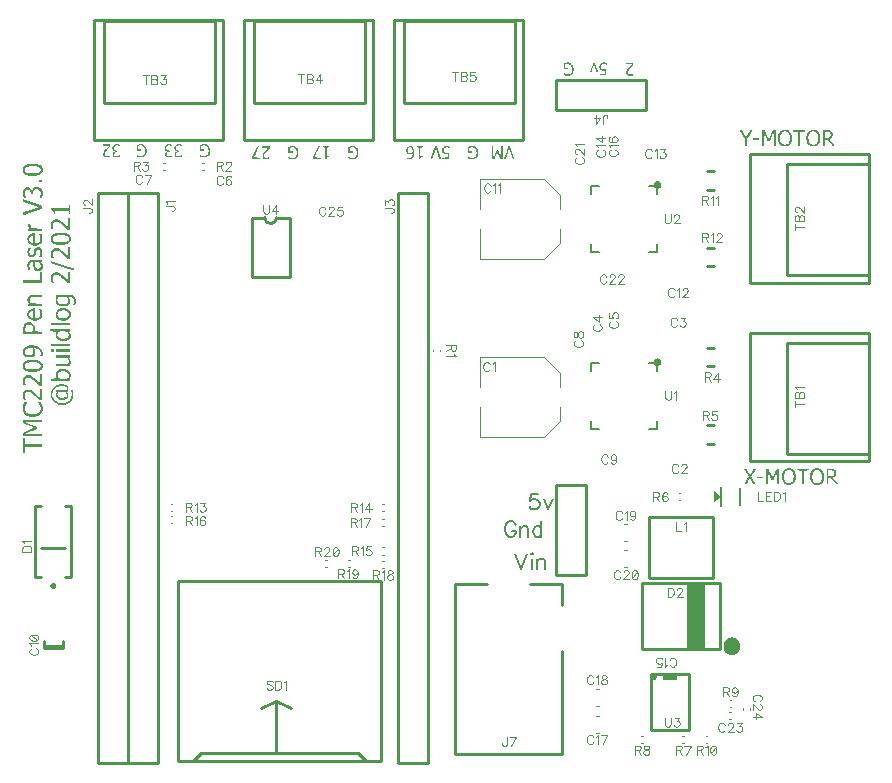
<source format=gbr>
G04 DipTrace Beta 4.1.9.0*
G04 TopSilk.gbr*
%MOIN*%
G04 #@! TF.FileFunction,Legend,Top*
G04 #@! TF.Part,Single*
%ADD10C,0.009843*%
%ADD13C,0.004724*%
%ADD26C,0.005906*%
%ADD29C,0.003937*%
%ADD46C,0.006*%
%ADD110C,0.004632*%
%ADD111C,0.00772*%
%FSLAX26Y26*%
G04*
G70*
G90*
G75*
G01*
G04 TopSilk*
%LPD*%
X1940507Y1580329D2*
D29*
Y1479541D1*
X2154287D1*
X2208224Y1533478D1*
Y1580329D1*
X1940507Y1646470D2*
Y1747258D1*
X2154287D1*
X2208224Y1693321D1*
Y1646470D1*
X550165Y783120D2*
D10*
X487235D1*
X550165Y775671D2*
X487235D1*
X550165D2*
Y799230D1*
X487235Y775671D2*
Y799230D1*
X1940507Y2174376D2*
D29*
Y2073588D1*
X2154287D1*
X2208224Y2127525D1*
Y2174376D1*
X1940507Y2240518D2*
Y2341305D1*
X2154287D1*
X2208224Y2287368D1*
Y2240518D1*
X2328314Y551550D2*
D13*
X2337763D1*
X2328314Y494070D2*
X2337763D1*
X2328314Y639106D2*
X2337763D1*
X2328314Y581625D2*
X2337763D1*
X2422829Y1189604D2*
X2432277D1*
X2422829Y1132124D2*
X2432277D1*
X2422829Y1102990D2*
X2432277D1*
X2422829Y1045510D2*
X2432277D1*
X2778953Y541266D2*
D29*
X2772654D1*
X2778953Y564888D2*
X2772654D1*
X2816881Y569116D2*
Y575415D1*
X2840503Y569116D2*
Y575415D1*
X479334Y1013071D2*
D10*
X459645D1*
Y1249296D1*
X479334D1*
X558066Y1013071D2*
X577755D1*
Y1249296D1*
X558066D1*
X479334Y1111518D2*
X558066D1*
G36*
X528539Y983549D2*
X528454Y982265D1*
X528203Y981003D1*
X527790Y979784D1*
X527220Y978630D1*
X526505Y977560D1*
X525657Y976592D1*
X524689Y975744D1*
X523619Y975029D1*
X522465Y974459D1*
X521246Y974046D1*
X519984Y973795D1*
X518700Y973710D1*
X517416Y973795D1*
X516154Y974046D1*
X514935Y974459D1*
X513781Y975029D1*
X512711Y975744D1*
X511743Y976592D1*
X510895Y977560D1*
X510180Y978630D1*
X509610Y979784D1*
X509197Y981003D1*
X508946Y982265D1*
X508861Y983549D1*
Y983567D1*
X508946Y984852D1*
X509197Y986114D1*
X509610Y987333D1*
X510180Y988487D1*
X510895Y989557D1*
X511743Y990524D1*
X512711Y991373D1*
X513781Y992088D1*
X514935Y992657D1*
X516154Y993071D1*
X517416Y993322D1*
X518700Y993406D1*
X519984Y993322D1*
X521246Y993071D1*
X522465Y992657D1*
X523619Y992088D1*
X524689Y991373D1*
X525657Y990524D1*
X526505Y989557D1*
X527220Y988487D1*
X527790Y987333D1*
X528203Y986114D1*
X528454Y984852D1*
X528539Y983567D1*
Y983549D1*
G37*
X2741434Y772931D2*
D10*
Y993010D1*
X2481591D1*
Y772931D1*
X2741434D1*
G36*
X2690252Y772734D2*
Y993207D1*
X2631197D1*
Y772734D1*
X2690252D1*
G37*
G36*
X2808363Y780608D2*
X2808127Y777011D1*
X2807424Y773475D1*
X2806265Y770062D1*
X2804671Y766829D1*
X2802668Y763831D1*
X2800291Y761121D1*
X2797581Y758744D1*
X2794583Y756741D1*
X2791350Y755147D1*
X2787936Y753988D1*
X2784401Y753285D1*
X2780804Y753049D1*
X2777206Y753285D1*
X2773671Y753988D1*
X2770257Y755147D1*
X2767024Y756741D1*
X2764027Y758744D1*
X2761316Y761121D1*
X2758940Y763831D1*
X2756937Y766829D1*
X2755342Y770062D1*
X2754184Y773475D1*
X2753480Y777011D1*
X2753245Y780608D1*
Y784545D1*
X2753480Y788142D1*
X2754184Y791678D1*
X2755342Y795092D1*
X2756937Y798325D1*
X2758940Y801322D1*
X2761316Y804032D1*
X2764027Y806409D1*
X2767024Y808412D1*
X2770257Y810006D1*
X2773671Y811165D1*
X2777206Y811868D1*
X2780804Y812104D1*
X2784401Y811868D1*
X2787936Y811165D1*
X2791350Y810006D1*
X2794583Y808412D1*
X2797581Y806409D1*
X2800291Y804032D1*
X2802668Y801322D1*
X2804671Y798325D1*
X2806265Y795092D1*
X2807424Y791678D1*
X2808127Y788142D1*
X2808363Y784545D1*
Y780608D1*
G37*
X768700Y1919399D2*
D10*
Y1927001D1*
Y467800D2*
Y2293700D1*
Y393700D2*
Y467800D1*
X868700Y393700D2*
X768700D1*
X868700D2*
Y2293700D1*
X768700D1*
X668700Y1919399D2*
Y1927001D1*
Y467800D2*
Y2293700D1*
Y393700D2*
Y467800D1*
X768700Y393700D2*
X668700D1*
X768700D2*
Y2293700D1*
X668700D1*
X1668700Y1919399D2*
Y1927001D1*
Y467800D2*
Y2293700D1*
Y393700D2*
Y467800D1*
X1768700Y393700D2*
X1668700D1*
X1768700D2*
Y2293700D1*
X1668700D1*
X2493700Y2668700D2*
Y2568700D1*
X2193700D1*
Y2668700D2*
Y2568700D1*
X2493700Y2668700D2*
X2193700D1*
X2213208Y766906D2*
Y422440D1*
X1858865D1*
Y426376D1*
Y422440D2*
Y989375D1*
X1965161D1*
X2106873D2*
X2213208D1*
Y920445D1*
X2293702Y1018702D2*
X2193702Y1018698D1*
X2193692Y1318698D1*
X2293692Y1318702D2*
X2193692Y1318698D1*
X2293702Y1018702D2*
X2293692Y1318702D1*
X2717812Y1010136D2*
Y1214860D1*
X2505213D1*
Y1010136D1*
X2717812D1*
G36*
X2745440Y1281200D2*
X2720440Y1299951D1*
Y1262449D1*
D1*
X2745440Y1281200D1*
G37*
Y1312449D2*
D26*
Y1249951D1*
X2808087Y1310728D2*
Y1251672D1*
X1809511Y1771205D2*
D13*
Y1765693D1*
X1785889Y1771205D2*
Y1765693D1*
X1021456Y2369389D2*
X1015944D1*
X1021456Y2393011D2*
X1015944D1*
X884693D2*
X890205D1*
X884693Y2369389D2*
X890205D1*
X2719948Y1778281D2*
D10*
X2696389D1*
X2719948Y1715352D2*
X2696389D1*
X2719948Y1518439D2*
X2696389D1*
X2719948Y1455510D2*
X2696389D1*
X2603444Y1293011D2*
D13*
X2608956D1*
X2603444Y1269389D2*
X2608956D1*
X2621036Y458586D2*
X2615524D1*
X2621036Y482208D2*
X2615524D1*
X2483956Y458586D2*
X2478444D1*
X2483956Y482208D2*
X2478444D1*
X2778666Y579104D2*
X2773154D1*
X2778666Y602726D2*
X2773154D1*
X2698999Y458678D2*
X2693487D1*
X2698999Y482300D2*
X2693487D1*
X2719948Y2367305D2*
D10*
X2696389D1*
X2719948Y2304376D2*
X2696389D1*
X2719948Y2111506D2*
X2696389D1*
X2719948Y2048577D2*
X2696389D1*
X915207Y1231889D2*
D13*
X909695D1*
X915207Y1255511D2*
X909695D1*
X1615944D2*
X1621456D1*
X1615944Y1231889D2*
X1621456D1*
X1615944Y1111760D2*
X1621456D1*
X1615944Y1088138D2*
X1621456D1*
X909695Y1218011D2*
X915207D1*
X909695Y1194389D2*
X915207D1*
X1621456Y1181889D2*
X1615944D1*
X1621456Y1205511D2*
X1615944D1*
X1621456Y1044389D2*
X1615944D1*
X1621456Y1068011D2*
X1615944D1*
X1500944Y1070511D2*
X1506456D1*
X1500944Y1046889D2*
X1506456D1*
X1425944Y1070511D2*
X1431456D1*
X1425944Y1046889D2*
X1431456D1*
X985228Y401168D2*
D10*
X1010202Y426189D1*
X935211Y401167D2*
X1610211Y401180D1*
X1610200Y1001180D1*
X935200Y1001167D1*
X935211Y401167D1*
X1010202Y426189D2*
X1535218Y426198D1*
X1560194Y401179D1*
X1260223Y426193D2*
X1260220Y601154D1*
X1210202Y576192D1*
X1260220Y601154D2*
X1310238Y576194D1*
X2841456Y1399133D2*
X3239094D1*
Y1828267D1*
X2841456D1*
Y1399133D1*
X2963700Y1424330D2*
X3237371D1*
Y1794949D1*
X2963700D1*
Y1424330D1*
X2841456Y1994133D2*
X3239094D1*
Y2423267D1*
X2841456D1*
Y1994133D1*
X2963700Y2019330D2*
X3237371D1*
Y2389949D1*
X2963700D1*
Y2019330D1*
X1083267Y2471456D2*
Y2869094D1*
X654133D1*
Y2471456D1*
X1083267D1*
X1058070Y2593700D2*
Y2867371D1*
X687451D1*
Y2593700D1*
X1058070D1*
X1583267Y2471456D2*
Y2869094D1*
X1154133D1*
Y2471456D1*
X1583267D1*
X1558070Y2593700D2*
Y2867371D1*
X1187451D1*
Y2593700D1*
X1558070D1*
X2083267Y2471456D2*
Y2869094D1*
X1654133D1*
Y2471456D1*
X2083267D1*
X2058070Y2593700D2*
Y2867371D1*
X1687451D1*
Y2593700D1*
X2058070D1*
G36*
X2533266Y1741894D2*
X2534898Y1741787D1*
X2536502Y1741468D1*
X2538050Y1740942D1*
X2539516Y1740219D1*
X2540876Y1739310D1*
X2542105Y1738232D1*
X2543183Y1737003D1*
X2544092Y1735644D1*
X2544815Y1734177D1*
X2545340Y1732629D1*
X2545659Y1731025D1*
X2545766Y1729394D1*
X2545659Y1727762D1*
X2545340Y1726158D1*
X2544815Y1724610D1*
X2544092Y1723144D1*
X2543183Y1721784D1*
X2542105Y1720555D1*
X2540876Y1719477D1*
X2539516Y1718568D1*
X2538050Y1717845D1*
X2536502Y1717319D1*
X2534898Y1717001D1*
X2533266Y1716894D1*
X2532379D1*
X2530748Y1717001D1*
X2529144Y1717319D1*
X2527596Y1717845D1*
X2526129Y1718568D1*
X2524770Y1719477D1*
X2523540Y1720555D1*
X2522462Y1721784D1*
X2521554Y1723144D1*
X2520831Y1724610D1*
X2520305Y1726158D1*
X2519986Y1727762D1*
X2519879Y1729394D1*
X2519986Y1731025D1*
X2520305Y1732629D1*
X2520831Y1734177D1*
X2521554Y1735644D1*
X2522462Y1737003D1*
X2523540Y1738232D1*
X2524770Y1739310D1*
X2526129Y1740219D1*
X2527596Y1740942D1*
X2529144Y1741468D1*
X2530748Y1741787D1*
X2532379Y1741894D1*
X2533266D1*
G37*
X2530514Y1700295D2*
D46*
Y1726642D1*
X2504168Y1507139D2*
X2530514D1*
X2311012Y1533488D2*
Y1507139D1*
Y1726642D2*
Y1700295D1*
Y1507139D2*
X2337361D1*
X2530514D2*
Y1533488D1*
Y1726642D2*
X2504168D1*
X2337361D2*
X2311012D1*
G36*
X2533266Y2332445D2*
X2534898Y2332338D1*
X2536502Y2332019D1*
X2538050Y2331493D1*
X2539516Y2330770D1*
X2540876Y2329862D1*
X2542105Y2328784D1*
X2543183Y2327554D1*
X2544092Y2326195D1*
X2544815Y2324728D1*
X2545340Y2323180D1*
X2545659Y2321576D1*
X2545766Y2319945D1*
X2545659Y2318313D1*
X2545340Y2316710D1*
X2544815Y2315161D1*
X2544092Y2313695D1*
X2543183Y2312335D1*
X2542105Y2311106D1*
X2540876Y2310028D1*
X2539516Y2309119D1*
X2538050Y2308396D1*
X2536502Y2307871D1*
X2534898Y2307552D1*
X2533266Y2307445D1*
X2532379D1*
X2530748Y2307552D1*
X2529144Y2307871D1*
X2527596Y2308396D1*
X2526129Y2309119D1*
X2524770Y2310028D1*
X2523540Y2311106D1*
X2522462Y2312335D1*
X2521554Y2313695D1*
X2520831Y2315161D1*
X2520305Y2316710D1*
X2519986Y2318313D1*
X2519879Y2319945D1*
X2519986Y2321576D1*
X2520305Y2323180D1*
X2520831Y2324728D1*
X2521554Y2326195D1*
X2522462Y2327554D1*
X2523540Y2328784D1*
X2524770Y2329862D1*
X2526129Y2330770D1*
X2527596Y2331493D1*
X2529144Y2332019D1*
X2530748Y2332338D1*
X2532379Y2332445D1*
X2533266D1*
G37*
X2530514Y2290846D2*
D46*
Y2317193D1*
X2504168Y2097690D2*
X2530514D1*
X2311012Y2124039D2*
Y2097690D1*
Y2317193D2*
Y2290846D1*
Y2097690D2*
X2337361D1*
X2530514D2*
Y2124039D1*
Y2317193D2*
X2504168D1*
X2337361D2*
X2311012D1*
X2638377Y689074D2*
D10*
X2510420D1*
Y502066D1*
X2638377D1*
Y689074D1*
G36*
X2520279D2*
X2521565Y688990D1*
X2522828Y688739D1*
X2524047Y688325D1*
X2525202Y687755D1*
X2526273Y687039D1*
X2527241Y686190D1*
X2528091Y685222D1*
X2528806Y684151D1*
X2529376Y682996D1*
X2529790Y681776D1*
X2530041Y680513D1*
X2530125Y679228D1*
X2530041Y677943D1*
X2529790Y676680D1*
X2529376Y675460D1*
X2528806Y674305D1*
X2528091Y673234D1*
X2527241Y672266D1*
X2526273Y671417D1*
X2525202Y670702D1*
X2524047Y670132D1*
X2522828Y669718D1*
X2521565Y669467D1*
X2520279Y669382D1*
X2520266D1*
X2518981Y669467D1*
X2517718Y669718D1*
X2516498Y670132D1*
X2515343Y670702D1*
X2514273Y671417D1*
X2513304Y672266D1*
X2512455Y673234D1*
X2511740Y674305D1*
X2511170Y675460D1*
X2510756Y676680D1*
X2510505Y677943D1*
X2510420Y679228D1*
X2510505Y680513D1*
X2510756Y681776D1*
X2511170Y682996D1*
X2511740Y684151D1*
X2512455Y685222D1*
X2513304Y686190D1*
X2514273Y687039D1*
X2515343Y687755D1*
X2516498Y688325D1*
X2517718Y688739D1*
X2518981Y688990D1*
X2520266Y689074D1*
X2520279D1*
G37*
G36*
X2599023D2*
X2549802D1*
Y669382D1*
X2599023D1*
Y689074D1*
G37*
X1180716Y2210877D2*
D10*
Y2014024D1*
X1306684Y2210877D2*
Y2014024D1*
X1180716D2*
X1306684D1*
X1180716Y2210877D2*
X1224012D1*
X1263388D2*
X1306684D1*
X1224012D2*
G03X1263388Y2210877I19688J1D01*
G01*
G36*
X2954590Y1370095D2*
X2953277Y1368783D1*
X2950653Y1364846D1*
X2949996Y1363533D1*
X2948028Y1357628D1*
X2947372Y1353691D1*
Y1343192D1*
X2948028Y1339255D1*
X2949996Y1333350D1*
X2950653Y1332037D1*
X2953277Y1328100D1*
X2955902Y1325476D1*
X2957870Y1324163D1*
X2961807Y1322195D1*
X2963776Y1321539D1*
X2966401Y1320882D1*
X2974275D1*
X2977555Y1321539D1*
X2979524Y1322195D1*
X2983461Y1324163D1*
X2988710Y1329413D1*
X2990023Y1331381D1*
X2991335Y1334006D1*
X2992647Y1337943D1*
X2993303Y1340567D1*
X2993960Y1345161D1*
Y1351722D1*
X2993303Y1356316D1*
X2992647Y1358940D1*
X2991335Y1362877D1*
X2990023Y1365502D1*
X2988710Y1367470D1*
X2984117Y1372064D1*
X2982149Y1373376D1*
X2979524Y1374688D1*
X2977555Y1375344D1*
X2974275Y1376001D1*
X2966401D1*
X2963776Y1375344D1*
X2961807Y1374688D1*
X2957870Y1372720D1*
X2955902Y1371407D1*
X2954590Y1370095D1*
X2966401D1*
X2969025Y1370751D1*
X2971650D1*
X2976899Y1369439D1*
X2979524Y1368127D1*
X2983461Y1364190D1*
Y1363533D1*
X2984773Y1360909D1*
X2986086Y1356972D1*
X2986742Y1351722D1*
X2987398Y1351066D1*
Y1345817D1*
X2986742Y1345161D1*
X2986086Y1339911D1*
X2984773Y1335974D1*
X2983461Y1333350D1*
Y1332693D1*
X2980180Y1329413D1*
X2978868Y1328756D1*
X2978212Y1328100D1*
X2976899Y1327444D1*
X2971650Y1326132D1*
X2969025D1*
X2966401Y1326788D1*
X2964432Y1327444D1*
X2961807Y1328756D1*
X2957214Y1333350D1*
Y1334006D1*
X2956558Y1335318D1*
X2955246Y1339255D1*
X2954590Y1343192D1*
X2953933Y1343848D1*
Y1353035D1*
X2954590Y1353691D1*
X2955246Y1357628D1*
X2956558Y1361565D1*
X2957214Y1362877D1*
X2959183Y1365502D1*
X2959310Y1365967D1*
X2959839Y1366814D1*
X2961151Y1367470D1*
X2961807Y1368127D1*
X2964432Y1369439D1*
X2966401Y1370095D1*
X2954590D1*
G37*
G36*
X3049078D2*
X3047765Y1368783D1*
X3045141Y1364846D1*
X3044485Y1363533D1*
X3042516Y1357628D1*
X3041860Y1353691D1*
Y1343192D1*
X3042516Y1339255D1*
X3044485Y1333350D1*
X3045141Y1332037D1*
X3047765Y1328100D1*
X3050390Y1325476D1*
X3052359Y1324163D1*
X3056296Y1322195D1*
X3058264Y1321539D1*
X3060889Y1320882D1*
X3068763D1*
X3072044Y1321539D1*
X3074012Y1322195D1*
X3077949Y1324163D1*
X3083198Y1329413D1*
X3084511Y1331381D1*
X3085823Y1334006D1*
X3087135Y1337943D1*
X3087792Y1340567D1*
X3088448Y1345161D1*
Y1351722D1*
X3087792Y1356316D1*
X3087135Y1358940D1*
X3085823Y1362877D1*
X3084511Y1365502D1*
X3083198Y1367470D1*
X3078605Y1372064D1*
X3076637Y1373376D1*
X3074012Y1374688D1*
X3072044Y1375344D1*
X3068763Y1376001D1*
X3060889D1*
X3058264Y1375344D1*
X3056296Y1374688D1*
X3052359Y1372720D1*
X3050390Y1371407D1*
X3049078Y1370095D1*
X3060889D1*
X3063513Y1370751D1*
X3066138D1*
X3071387Y1369439D1*
X3074012Y1368127D1*
X3077949Y1364190D1*
Y1363533D1*
X3079261Y1360909D1*
X3080574Y1356972D1*
X3081230Y1351722D1*
X3081886Y1351066D1*
Y1345817D1*
X3081230Y1345161D1*
X3080574Y1339911D1*
X3079261Y1335974D1*
X3077949Y1333350D1*
Y1332693D1*
X3074668Y1329413D1*
X3073356Y1328756D1*
X3072700Y1328100D1*
X3071387Y1327444D1*
X3066138Y1326132D1*
X3063513D1*
X3060889Y1326788D1*
X3058920Y1327444D1*
X3056296Y1328756D1*
X3051702Y1333350D1*
Y1334006D1*
X3051046Y1335318D1*
X3049734Y1339255D1*
X3049078Y1343192D1*
X3048422Y1343848D1*
Y1353035D1*
X3049078Y1353691D1*
X3049734Y1357628D1*
X3051046Y1361565D1*
X3051702Y1362877D1*
X3053671Y1365502D1*
X3053799Y1365967D1*
X3054327Y1366814D1*
X3055639Y1367470D1*
X3056296Y1368127D1*
X3058920Y1369439D1*
X3060889Y1370095D1*
X3049078D1*
G37*
G36*
X2821387Y1374688D2*
X2821916Y1373841D1*
X2822044Y1373376D1*
X2822700Y1372064D1*
X2824012Y1370095D1*
X2824668Y1368783D1*
X2825981Y1366814D1*
X2826637Y1365502D1*
X2827949Y1363533D1*
X2828605Y1362221D1*
X2831230Y1358284D1*
X2831886Y1356972D1*
X2833198Y1355003D1*
X2833855Y1353691D1*
X2835167Y1351722D1*
X2835823Y1350410D1*
X2837135Y1349098D1*
Y1347785D1*
X2835823Y1346473D1*
X2835167Y1345161D1*
X2832542Y1341224D1*
X2831886Y1339911D1*
X2827949Y1334006D1*
X2827293Y1332693D1*
X2824668Y1328756D1*
X2824012Y1327444D1*
X2821387Y1323507D1*
X2820731Y1322195D1*
X2827949D1*
X2828605Y1323507D1*
X2829918Y1325476D1*
X2830574Y1326788D1*
X2833198Y1330725D1*
X2833855Y1332037D1*
X2835167Y1334006D1*
X2835823Y1335318D1*
X2837135Y1337287D1*
X2837792Y1338599D1*
X2840416Y1342536D1*
X2840906Y1342957D1*
X2841238Y1342902D1*
X2841612Y1342360D1*
X2841729Y1341880D1*
X2843041Y1339911D1*
X2843697Y1338599D1*
X2845010Y1336630D1*
X2845666Y1335318D1*
X2846978Y1333350D1*
X2847634Y1332037D1*
X2848947Y1330069D1*
X2849603Y1328756D1*
X2850915Y1326788D1*
X2851571Y1325476D1*
X2852884Y1323507D1*
X2853540Y1322195D1*
X2860758D1*
Y1322851D1*
X2860101Y1324163D1*
X2858789Y1326132D1*
X2858133Y1327444D1*
X2856821Y1329413D1*
X2856164Y1330725D1*
X2853540Y1334662D1*
X2852884Y1335974D1*
X2851571Y1337943D1*
X2850915Y1339255D1*
X2849603Y1341224D1*
X2848947Y1342536D1*
X2846322Y1346473D1*
X2845666Y1347785D1*
X2844888Y1348523D1*
X2845090Y1348961D1*
X2845666Y1349754D1*
X2846322Y1351066D1*
X2848947Y1355003D1*
X2849603Y1356316D1*
X2852227Y1360253D1*
X2852884Y1361565D1*
X2856821Y1367470D1*
X2857477Y1368783D1*
X2860101Y1372720D1*
X2860758Y1374032D1*
Y1374688D1*
X2854196D1*
X2853540Y1374032D1*
X2852884Y1372720D1*
X2851571Y1370751D1*
X2850915Y1369439D1*
X2848290Y1365502D1*
X2847634Y1364190D1*
X2846322Y1362221D1*
X2845666Y1360909D1*
X2844353Y1358940D1*
X2843697Y1357628D1*
X2842385Y1355659D1*
X2842146Y1354853D1*
X2841468Y1354296D1*
X2841072Y1354347D1*
X2839760Y1355659D1*
Y1356316D1*
X2839104Y1357628D1*
X2837792Y1359596D1*
X2837135Y1360909D1*
X2835823Y1362877D1*
X2835167Y1364190D1*
X2833855Y1366158D1*
X2833198Y1367470D1*
X2831886Y1369439D1*
X2831230Y1370751D1*
X2829918Y1372720D1*
X2829261Y1374032D1*
X2828605Y1374688D1*
X2821387D1*
G37*
G36*
X2894222D2*
Y1322195D1*
X2900128D1*
Y1366158D1*
X2900618Y1366579D1*
X2900950Y1366524D1*
X2901323Y1365982D1*
X2901440Y1365502D1*
X2902096Y1363533D1*
X2904065Y1359596D1*
X2904721Y1357628D1*
X2906689Y1353691D1*
X2907345Y1351722D1*
X2908658Y1349098D1*
X2909314Y1347129D1*
X2911282Y1343192D1*
X2911939Y1341224D1*
X2913907Y1337287D1*
X2914563Y1336630D1*
X2917844D1*
X2918500Y1337287D1*
X2919813Y1339911D1*
X2920469Y1341880D1*
X2922437Y1345817D1*
X2923093Y1347785D1*
X2925062Y1351722D1*
X2925718Y1353691D1*
X2927687Y1357628D1*
X2928343Y1359596D1*
X2930311Y1363533D1*
X2930968Y1365502D1*
X2931075Y1366009D1*
X2931477Y1366547D1*
X2931801Y1366532D1*
X2932280Y1366158D1*
Y1322195D1*
X2938842D1*
Y1374688D1*
X2929655D1*
X2927687Y1370751D1*
X2927031Y1368783D1*
X2925718Y1366158D1*
X2925062Y1364190D1*
X2923750Y1361565D1*
X2923093Y1359596D1*
X2921125Y1355659D1*
X2920469Y1353691D1*
X2919156Y1351066D1*
X2918500Y1349098D1*
X2917188Y1346473D1*
X2917021Y1345699D1*
X2916494Y1345100D1*
X2916155Y1345209D1*
X2915732Y1345932D1*
X2915876Y1346473D1*
X2914563Y1349098D1*
X2913907Y1351066D1*
X2911939Y1355003D1*
X2911282Y1356972D1*
X2908658Y1362221D1*
X2908002Y1364190D1*
X2906033Y1368127D1*
X2905377Y1370095D1*
X2903408Y1374032D1*
X2902752Y1374688D1*
X2894222D1*
G37*
G36*
X2996584D2*
Y1368783D1*
X3014957Y1368127D1*
Y1322195D1*
X3020863D1*
Y1368127D1*
X3038579Y1368783D1*
Y1374688D1*
X2996584D1*
G37*
G36*
X3096978Y1368783D2*
Y1322195D1*
X3102884D1*
Y1342536D1*
X3105946Y1343192D1*
X3109008D1*
X3112070Y1342536D1*
X3113382Y1341224D1*
Y1340567D1*
X3126506Y1324163D1*
X3128474Y1322195D1*
X3137004D1*
X3134380Y1325476D1*
X3127818Y1333350D1*
X3125193Y1336630D1*
X3121912Y1340567D1*
X3119288Y1343848D1*
X3118510Y1344586D1*
X3118632Y1345161D1*
X3120600Y1345817D1*
X3122569Y1347129D1*
X3127162Y1351722D1*
X3127818Y1353035D1*
X3129130Y1356972D1*
Y1363533D1*
X3128474Y1366158D1*
X3127818Y1367470D1*
X3126506Y1369439D1*
X3124537Y1371407D1*
X3122569Y1372720D1*
X3121256Y1373376D1*
X3119288Y1374032D1*
X3116007Y1374688D1*
X3096978D1*
Y1368783D1*
X3102884D1*
X3107039Y1369439D1*
X3111195D1*
X3115351Y1368783D1*
X3117319Y1368127D1*
X3119944Y1366814D1*
X3121256Y1365502D1*
Y1364846D1*
X3121912Y1362877D1*
X3122569Y1362221D1*
Y1356972D1*
X3121912Y1356316D1*
X3121256Y1354347D1*
X3120600Y1353035D1*
Y1352379D1*
X3119288Y1351066D1*
X3116663Y1349754D1*
X3114695Y1349098D1*
X3110758Y1348441D1*
X3106821D1*
X3102884Y1349098D1*
Y1368783D1*
X3096978D1*
G37*
G36*
X2865351Y1347785D2*
Y1341880D1*
X2885036D1*
Y1347785D1*
X2865351D1*
G37*
G36*
X2942122Y2498704D2*
X2940810Y2497392D1*
X2938185Y2493455D1*
X2937529Y2492142D1*
X2935561Y2486237D1*
X2934905Y2482300D1*
Y2471801D1*
X2935561Y2467864D1*
X2937529Y2461959D1*
X2938185Y2460646D1*
X2940810Y2456709D1*
X2943435Y2454085D1*
X2945403Y2452772D1*
X2949340Y2450804D1*
X2951309Y2450148D1*
X2953933Y2449491D1*
X2961807D1*
X2965088Y2450148D1*
X2967057Y2450804D1*
X2970994Y2452772D1*
X2976243Y2458022D1*
X2977555Y2459990D1*
X2978868Y2462615D1*
X2980180Y2466552D1*
X2980836Y2469176D1*
X2981492Y2473770D1*
Y2480331D1*
X2980836Y2484924D1*
X2980180Y2487549D1*
X2978868Y2491486D1*
X2977555Y2494111D1*
X2976243Y2496079D1*
X2971650Y2500672D1*
X2969681Y2501985D1*
X2967057Y2503297D1*
X2965088Y2503953D1*
X2961807Y2504609D1*
X2953933D1*
X2951309Y2503953D1*
X2949340Y2503297D1*
X2945403Y2501329D1*
X2943435Y2500016D1*
X2942122Y2498704D1*
X2953933D1*
X2956558Y2499360D1*
X2959183D1*
X2964432Y2498048D1*
X2967057Y2496735D1*
X2970994Y2492798D1*
Y2492142D1*
X2972306Y2489518D1*
X2973618Y2485581D1*
X2974275Y2480331D1*
X2974931Y2479675D1*
Y2474426D1*
X2974275Y2473770D1*
X2973618Y2468520D1*
X2972306Y2464583D1*
X2970994Y2461959D1*
Y2461302D1*
X2967713Y2458022D1*
X2966401Y2457365D1*
X2965744Y2456709D1*
X2964432Y2456053D1*
X2959183Y2454741D1*
X2956558D1*
X2953933Y2455397D1*
X2951965Y2456053D1*
X2949340Y2457365D1*
X2944747Y2461959D1*
Y2462615D1*
X2944091Y2463927D1*
X2942779Y2467864D1*
X2942122Y2471801D1*
X2941466Y2472457D1*
Y2481644D1*
X2942122Y2482300D1*
X2942779Y2486237D1*
X2944091Y2490174D1*
X2944747Y2491486D1*
X2946716Y2494111D1*
X2946843Y2494576D1*
X2947372Y2495423D1*
X2948684Y2496079D1*
X2949340Y2496735D1*
X2951965Y2498048D1*
X2953933Y2498704D1*
X2942122D1*
G37*
G36*
X3036611D2*
X3035298Y2497392D1*
X3032674Y2493455D1*
X3032017Y2492142D1*
X3030049Y2486237D1*
X3029393Y2482300D1*
Y2471801D1*
X3030049Y2467864D1*
X3032017Y2461959D1*
X3032674Y2460646D1*
X3035298Y2456709D1*
X3037923Y2454085D1*
X3039891Y2452772D1*
X3043828Y2450804D1*
X3045797Y2450148D1*
X3048422Y2449491D1*
X3056296D1*
X3059576Y2450148D1*
X3061545Y2450804D1*
X3065482Y2452772D1*
X3070731Y2458022D1*
X3072044Y2459990D1*
X3073356Y2462615D1*
X3074668Y2466552D1*
X3075324Y2469176D1*
X3075981Y2473770D1*
Y2480331D1*
X3075324Y2484924D1*
X3074668Y2487549D1*
X3073356Y2491486D1*
X3072044Y2494111D1*
X3070731Y2496079D1*
X3066138Y2500672D1*
X3064170Y2501985D1*
X3061545Y2503297D1*
X3059576Y2503953D1*
X3056296Y2504609D1*
X3048422D1*
X3045797Y2503953D1*
X3043828Y2503297D1*
X3039891Y2501329D1*
X3037923Y2500016D1*
X3036611Y2498704D1*
X3048422D1*
X3051046Y2499360D1*
X3053671D1*
X3058920Y2498048D1*
X3061545Y2496735D1*
X3065482Y2492798D1*
Y2492142D1*
X3066794Y2489518D1*
X3068107Y2485581D1*
X3068763Y2480331D1*
X3069419Y2479675D1*
Y2474426D1*
X3068763Y2473770D1*
X3068107Y2468520D1*
X3066794Y2464583D1*
X3065482Y2461959D1*
Y2461302D1*
X3062201Y2458022D1*
X3060889Y2457365D1*
X3060233Y2456709D1*
X3058920Y2456053D1*
X3053671Y2454741D1*
X3051046D1*
X3048422Y2455397D1*
X3046453Y2456053D1*
X3043828Y2457365D1*
X3039235Y2461959D1*
Y2462615D1*
X3038579Y2463927D1*
X3037267Y2467864D1*
X3036611Y2471801D1*
X3035954Y2472457D1*
Y2481644D1*
X3036611Y2482300D1*
X3037267Y2486237D1*
X3038579Y2490174D1*
X3039235Y2491486D1*
X3041204Y2494111D1*
X3041331Y2494576D1*
X3041860Y2495423D1*
X3043172Y2496079D1*
X3043828Y2496735D1*
X3046453Y2498048D1*
X3048422Y2498704D1*
X3036611D1*
G37*
G36*
X2807608Y2503297D2*
X2808137Y2502450D1*
X2808264Y2501985D1*
X2809576Y2500016D1*
X2810889Y2497392D1*
X2812201Y2495423D1*
X2812857Y2494111D1*
X2814170Y2492142D1*
X2814826Y2490830D1*
X2816138Y2488861D1*
X2817450Y2486237D1*
X2818763Y2484268D1*
X2819419Y2482956D1*
X2820731Y2480987D1*
X2821387Y2479675D1*
X2822700Y2477707D1*
X2824012Y2475082D1*
X2825324Y2473770D1*
Y2450804D1*
X2831886D1*
X2832542Y2475082D1*
X2833855Y2477050D1*
X2834511Y2478363D1*
X2835823Y2480331D1*
X2836479Y2481644D1*
X2837792Y2483612D1*
X2838448Y2484924D1*
X2839760Y2486893D1*
X2840416Y2488205D1*
X2841729Y2490174D1*
X2842385Y2491486D1*
X2843697Y2493455D1*
X2844353Y2494767D1*
X2845666Y2496735D1*
X2846322Y2498048D1*
X2847634Y2500016D1*
X2848290Y2501329D1*
X2849603Y2503297D1*
X2842385D1*
X2841729Y2501985D1*
X2840416Y2500016D1*
X2839104Y2497392D1*
X2837792Y2495423D1*
X2837135Y2494111D1*
X2835823Y2492142D1*
X2835167Y2490830D1*
X2833855Y2488861D1*
X2833198Y2487549D1*
X2831886Y2485581D1*
X2830574Y2482956D1*
X2829261Y2480987D1*
X2828566Y2480275D1*
X2828226Y2480381D1*
X2827949Y2480987D1*
X2827293Y2482300D1*
X2825981Y2484268D1*
X2825324Y2485581D1*
X2824012Y2487549D1*
X2822700Y2490174D1*
X2821387Y2492142D1*
X2820731Y2493455D1*
X2819419Y2495423D1*
X2818107Y2498048D1*
X2816794Y2500016D1*
X2816138Y2501329D1*
X2814826Y2503297D1*
X2807608D1*
G37*
G36*
X2881755D2*
Y2450804D1*
X2887660D1*
Y2494767D1*
X2888150Y2495188D1*
X2888482Y2495133D1*
X2888856Y2494591D1*
X2888973Y2494111D1*
X2889629Y2492142D1*
X2891597Y2488205D1*
X2892254Y2486237D1*
X2894222Y2482300D1*
X2894878Y2480331D1*
X2896191Y2477707D1*
X2896847Y2475738D1*
X2898815Y2471801D1*
X2899471Y2469833D1*
X2901440Y2465896D1*
X2902096Y2465239D1*
X2905377D1*
X2906033Y2465896D1*
X2907345Y2468520D1*
X2908002Y2470489D1*
X2909970Y2474426D1*
X2910626Y2476394D1*
X2912595Y2480331D1*
X2913251Y2482300D1*
X2915219Y2486237D1*
X2915876Y2488205D1*
X2917844Y2492142D1*
X2918500Y2494111D1*
X2918607Y2494618D1*
X2919010Y2495156D1*
X2919333Y2495141D1*
X2919813Y2494767D1*
Y2450804D1*
X2926374D1*
Y2503297D1*
X2917188D1*
X2915219Y2499360D1*
X2914563Y2497392D1*
X2913251Y2494767D1*
X2912595Y2492798D1*
X2911282Y2490174D1*
X2910626Y2488205D1*
X2908658Y2484268D1*
X2908002Y2482300D1*
X2906689Y2479675D1*
X2906033Y2477707D1*
X2904721Y2475082D1*
X2904554Y2474308D1*
X2904026Y2473709D1*
X2903688Y2473818D1*
X2903265Y2474541D1*
X2903408Y2475082D1*
X2902096Y2477707D1*
X2901440Y2479675D1*
X2899471Y2483612D1*
X2898815Y2485581D1*
X2896191Y2490830D1*
X2895534Y2492798D1*
X2893566Y2496735D1*
X2892910Y2498704D1*
X2890941Y2502641D1*
X2890285Y2503297D1*
X2881755D1*
G37*
G36*
X2984117D2*
Y2497392D1*
X3002490Y2496735D1*
Y2450804D1*
X3008395D1*
Y2496735D1*
X3026112Y2497392D1*
Y2503297D1*
X2984117D1*
G37*
G36*
X3084511Y2497392D2*
Y2450804D1*
X3090416D1*
Y2471145D1*
X3093478Y2471801D1*
X3096541D1*
X3099603Y2471145D1*
X3100915Y2469833D1*
Y2469176D1*
X3114038Y2452772D1*
X3116007Y2450804D1*
X3124537D1*
X3121912Y2454085D1*
X3115351Y2461959D1*
X3112726Y2465239D1*
X3109445Y2469176D1*
X3106821Y2472457D1*
X3106042Y2473195D1*
X3106164Y2473770D1*
X3108133Y2474426D1*
X3110101Y2475738D1*
X3114695Y2480331D1*
X3115351Y2481644D1*
X3116663Y2485581D1*
Y2492142D1*
X3116007Y2494767D1*
X3115351Y2496079D1*
X3114038Y2498048D1*
X3112070Y2500016D1*
X3110101Y2501329D1*
X3108789Y2501985D1*
X3106821Y2502641D1*
X3103540Y2503297D1*
X3084511D1*
Y2497392D1*
X3090416D1*
X3094572Y2498048D1*
X3098728D1*
X3102884Y2497392D1*
X3104852Y2496735D1*
X3107477Y2495423D1*
X3108789Y2494111D1*
Y2493455D1*
X3109445Y2491486D1*
X3110101Y2490830D1*
Y2485581D1*
X3109445Y2484924D1*
X3108789Y2482956D1*
X3108133Y2481644D1*
Y2480987D1*
X3106821Y2479675D1*
X3104196Y2478363D1*
X3102227Y2477707D1*
X3098290Y2477050D1*
X3094353D1*
X3090416Y2477707D1*
Y2497392D1*
X3084511D1*
G37*
G36*
X2852884Y2476394D2*
Y2470489D1*
X2872569D1*
Y2476394D1*
X2852884D1*
G37*
G36*
X1200784Y2449032D2*
X1200259Y2448507D1*
X1199209Y2446932D1*
X1182411Y2413337D1*
Y2407037D1*
X1208658D1*
Y2411237D1*
X1187135Y2412287D1*
X1187238Y2412659D1*
X1187660Y2413337D1*
X1188710Y2415436D1*
X1189760Y2417011D1*
X1198159Y2433809D1*
X1199209Y2435384D1*
X1206033Y2449032D1*
X1200784D1*
G37*
G36*
X1214432D2*
Y2444833D1*
X1235429Y2444308D1*
X1232805Y2441683D1*
X1231755Y2441158D1*
X1224406Y2433809D1*
X1220731Y2429609D1*
X1218632Y2426460D1*
X1217582Y2424360D1*
X1216532Y2421211D1*
Y2414386D1*
X1217057Y2412812D1*
X1218107Y2410712D1*
X1220731Y2408087D1*
X1222306Y2407037D1*
X1223881Y2406512D1*
X1225981Y2405987D1*
X1231755D1*
X1234380Y2406512D1*
X1238054Y2407562D1*
X1239104Y2408087D1*
X1239629Y2408612D1*
Y2413861D1*
X1239104D1*
X1238579Y2413337D1*
X1235429Y2411762D1*
X1232280Y2410712D1*
X1230355Y2410187D1*
X1228430D1*
X1226506Y2410712D1*
X1224931Y2411237D1*
X1224406Y2411762D1*
X1223356Y2412287D1*
X1222733Y2412877D1*
X1222831Y2413337D1*
X1222306Y2414386D1*
X1221781Y2414911D1*
Y2421211D1*
X1222306Y2421735D1*
X1224406Y2425935D1*
X1225981Y2428035D1*
X1228605Y2431184D1*
X1240154Y2443258D1*
Y2449032D1*
X1214432D1*
G37*
G36*
X1981361D2*
Y2407037D1*
X1988710D1*
X1989235Y2408087D1*
X1989760Y2409662D1*
X1990810Y2411762D1*
X1991335Y2413337D1*
X1992385Y2415436D1*
X1992910Y2417011D1*
X1993960Y2419111D1*
X1994485Y2420686D1*
X1995534Y2422785D1*
X1996059Y2424360D1*
X1997109Y2426460D1*
X1997634Y2428035D1*
X1998424Y2429606D1*
X1998708Y2430091D1*
X1999081Y2430463D1*
X1999349Y2430438D1*
X1999734Y2430134D1*
Y2429085D1*
X2001309Y2425935D1*
X2001834Y2424360D1*
X2003933Y2420161D1*
X2004458Y2418586D1*
X2006033Y2415436D1*
X2006558Y2413861D1*
X2008133Y2410712D1*
X2008658Y2409137D1*
X2009708Y2407037D1*
X2017057D1*
Y2449032D1*
X2012332D1*
Y2413337D1*
X2011776Y2412766D1*
X2011504Y2412852D1*
X2011282Y2413337D1*
Y2414386D1*
X2009708Y2417536D1*
X2009183Y2419111D1*
X2007608Y2422260D1*
X2007083Y2423835D1*
X2006033Y2425935D1*
X2005508Y2427510D1*
X2003933Y2430659D1*
X2003408Y2432234D1*
X2001834Y2435384D1*
X2001309Y2436959D1*
X2000784Y2437483D1*
X1997634D1*
X1997109Y2436434D1*
X1996584Y2434859D1*
X1995010Y2431709D1*
X1994485Y2430134D1*
X1992910Y2426985D1*
X1992385Y2425410D1*
X1990810Y2422260D1*
X1990285Y2420686D1*
X1988710Y2417536D1*
X1988185Y2415961D1*
X1987135Y2413861D1*
X1987002Y2413242D1*
X1986580Y2412763D1*
X1986308Y2412852D1*
X1986086Y2413337D1*
Y2449032D1*
X1981361D1*
G37*
G36*
X2035954D2*
Y2447982D1*
X2035429Y2447457D1*
X2030180Y2431709D1*
X2029655Y2430659D1*
X2022831Y2410187D1*
X2022306Y2409137D1*
X2021781Y2407562D1*
Y2407037D1*
X2027031D1*
X2027555Y2408087D1*
X2034905Y2430134D1*
X2035429Y2432234D1*
X2038054Y2440108D1*
Y2441158D1*
X2038616Y2441471D1*
X2039072Y2441438D1*
X2039629Y2441158D1*
Y2440108D1*
X2041204Y2435384D1*
X2041729Y2433284D1*
X2050128Y2408087D1*
X2050653Y2407037D1*
X2056427D1*
X2055902Y2408087D1*
X2049078Y2428560D1*
X2048553Y2429609D1*
X2042254Y2448507D1*
X2041729Y2449032D1*
X2035954D1*
G37*
G36*
X1018632Y2456381D2*
X1016007Y2455856D1*
X1012332Y2454806D1*
X1009708Y2453756D1*
X1008658Y2453232D1*
X1008133Y2452707D1*
Y2434334D1*
X1022831D1*
Y2439058D1*
X1012857Y2439583D1*
Y2450082D1*
X1013382Y2450607D1*
X1014432Y2451132D1*
X1017582Y2451657D1*
X1020206Y2452182D1*
X1022831D1*
X1025456Y2451657D1*
X1027031Y2451132D1*
X1030180Y2449557D1*
X1033330Y2446407D1*
Y2445882D1*
X1034905Y2442733D1*
X1035429Y2440633D1*
X1035954Y2436959D1*
X1036479Y2436434D1*
Y2431709D1*
X1035954Y2431184D1*
X1035429Y2428035D1*
X1034905Y2425935D1*
X1033330Y2422785D1*
Y2422260D1*
X1030180Y2419111D1*
X1029130Y2418586D1*
X1028605Y2418061D1*
X1025456Y2417011D1*
X1023181Y2416486D1*
X1020906D1*
X1018632Y2417011D1*
X1016532Y2417536D1*
X1014957Y2418061D1*
X1010758Y2420161D1*
X1009708Y2421211D1*
X1008133Y2422260D1*
Y2415961D1*
X1008658Y2415436D1*
X1010758Y2414386D1*
X1015482Y2412812D1*
X1018107Y2412287D1*
X1024931D1*
X1027555Y2412812D1*
X1029130Y2413337D1*
X1033330Y2415436D1*
X1037529Y2419636D1*
X1038579Y2421211D1*
X1040154Y2424360D1*
X1040679Y2425935D1*
X1041204Y2428035D1*
X1041729Y2431709D1*
Y2436959D1*
X1041204Y2440633D1*
X1040679Y2442733D1*
X1039629Y2445882D1*
X1038579Y2447982D1*
X1037529Y2449557D1*
X1034380Y2452707D1*
X1032805Y2453756D1*
X1029655Y2455331D1*
X1027555Y2455856D1*
X1024931Y2456381D1*
X1018632D1*
G37*
G36*
X1513120Y2450082D2*
X1510495Y2449557D1*
X1506821Y2448507D1*
X1504196Y2447457D1*
X1503146Y2446932D1*
X1502621Y2446407D1*
Y2428035D1*
X1517319D1*
Y2432759D1*
X1507345Y2433284D1*
Y2443783D1*
X1507870Y2444308D1*
X1508920Y2444833D1*
X1512070Y2445358D1*
X1514695Y2445882D1*
X1517319D1*
X1519944Y2445358D1*
X1521519Y2444833D1*
X1524668Y2443258D1*
X1527818Y2440108D1*
Y2439583D1*
X1529393Y2436434D1*
X1529918Y2434334D1*
X1530443Y2430659D1*
X1530968Y2430134D1*
Y2425410D1*
X1530443Y2424885D1*
X1529918Y2421735D1*
X1529393Y2419636D1*
X1527818Y2416486D1*
Y2415961D1*
X1524668Y2412812D1*
X1523618Y2412287D1*
X1523093Y2411762D1*
X1519944Y2410712D1*
X1517669Y2410187D1*
X1515394D1*
X1513120Y2410712D1*
X1511020Y2411237D1*
X1509445Y2411762D1*
X1505246Y2413861D1*
X1504196Y2414911D1*
X1502621Y2415961D1*
Y2409662D1*
X1503146Y2409137D1*
X1505246Y2408087D1*
X1509970Y2406512D1*
X1512595Y2405987D1*
X1519419D1*
X1522044Y2406512D1*
X1523618Y2407037D1*
X1527818Y2409137D1*
X1532017Y2413337D1*
X1533067Y2414911D1*
X1534642Y2418061D1*
X1535167Y2419636D1*
X1535692Y2421735D1*
X1536217Y2425410D1*
Y2430659D1*
X1535692Y2434334D1*
X1535167Y2436434D1*
X1534117Y2439583D1*
X1533067Y2441683D1*
X1532017Y2443258D1*
X1528868Y2446407D1*
X1527293Y2447457D1*
X1524143Y2449032D1*
X1522044Y2449557D1*
X1519419Y2450082D1*
X1513120D1*
G37*
G36*
X1826506D2*
X1824406Y2449557D1*
X1822831Y2449032D1*
X1820731Y2447982D1*
X1817582Y2444833D1*
X1816007Y2441683D1*
X1815482Y2440108D1*
X1814957Y2438008D1*
Y2433809D1*
X1815482Y2431184D1*
X1817057Y2428035D1*
X1819681Y2425410D1*
X1822831Y2423835D1*
X1825456Y2423310D1*
X1833330Y2422785D1*
Y2411762D1*
X1815482Y2411237D1*
Y2407037D1*
X1838054D1*
Y2428560D1*
X1837529D1*
X1834380Y2428035D1*
X1831755Y2427510D1*
X1829130D1*
X1826506Y2428035D1*
X1824406Y2428560D1*
X1823356Y2429085D1*
X1821256Y2431184D1*
Y2431709D1*
X1820731Y2433284D1*
X1820206Y2433809D1*
Y2438533D1*
X1820731Y2439058D1*
X1821256Y2440633D1*
X1821781Y2441683D1*
Y2442208D1*
X1823881Y2444308D1*
X1824931Y2444833D1*
X1826506Y2445358D1*
X1828430Y2445882D1*
X1830355D1*
X1832280Y2445358D1*
X1837004Y2443783D1*
X1839104Y2442733D1*
X1839629Y2442208D1*
X1840154D1*
Y2447457D1*
X1839629Y2447982D1*
X1838579Y2448507D1*
X1835429Y2449557D1*
X1832280Y2450082D1*
X1826506D1*
G37*
G36*
X1791335Y2449032D2*
Y2447982D1*
X1790810Y2447457D1*
X1785561Y2431709D1*
X1785036Y2430659D1*
X1778212Y2410187D1*
X1777687Y2409137D1*
X1777162Y2407562D1*
Y2407037D1*
X1782411D1*
X1782936Y2408087D1*
X1790285Y2430134D1*
X1790810Y2432234D1*
X1793435Y2440108D1*
Y2441158D1*
X1793997Y2441471D1*
X1794452Y2441438D1*
X1795010Y2441158D1*
Y2440108D1*
X1796584Y2435384D1*
X1797109Y2433284D1*
X1805508Y2408087D1*
X1806033Y2407037D1*
X1811807D1*
X1811282Y2408087D1*
X1804458Y2428560D1*
X1803933Y2429609D1*
X1797634Y2448507D1*
X1797109Y2449032D1*
X1791335D1*
G37*
G36*
X1912070Y2450082D2*
X1909445Y2449557D1*
X1905771Y2448507D1*
X1903146Y2447457D1*
X1902096Y2446932D1*
X1901571Y2446407D1*
Y2428035D1*
X1916269D1*
Y2432759D1*
X1906296Y2433284D1*
Y2443783D1*
X1906821Y2444308D1*
X1907870Y2444833D1*
X1911020Y2445358D1*
X1913645Y2445882D1*
X1916269D1*
X1918894Y2445358D1*
X1920469Y2444833D1*
X1923618Y2443258D1*
X1926768Y2440108D1*
Y2439583D1*
X1928343Y2436434D1*
X1928868Y2434334D1*
X1929393Y2430659D1*
X1929918Y2430134D1*
Y2425410D1*
X1929393Y2424885D1*
X1928868Y2421735D1*
X1928343Y2419636D1*
X1926768Y2416486D1*
Y2415961D1*
X1923618Y2412812D1*
X1922569Y2412287D1*
X1922044Y2411762D1*
X1918894Y2410712D1*
X1916619Y2410187D1*
X1914345D1*
X1912070Y2410712D1*
X1909970Y2411237D1*
X1908395Y2411762D1*
X1904196Y2413861D1*
X1903146Y2414911D1*
X1901571Y2415961D1*
Y2409662D1*
X1902096Y2409137D1*
X1904196Y2408087D1*
X1908920Y2406512D1*
X1911545Y2405987D1*
X1918369D1*
X1920994Y2406512D1*
X1922569Y2407037D1*
X1926768Y2409137D1*
X1930968Y2413337D1*
X1932017Y2414911D1*
X1933592Y2418061D1*
X1934117Y2419636D1*
X1934642Y2421735D1*
X1935167Y2425410D1*
Y2430659D1*
X1934642Y2434334D1*
X1934117Y2436434D1*
X1933067Y2439583D1*
X1932017Y2441683D1*
X1930968Y2443258D1*
X1927818Y2446407D1*
X1926243Y2447457D1*
X1923093Y2449032D1*
X1920994Y2449557D1*
X1918369Y2450082D1*
X1912070D1*
G37*
G36*
X2230180Y2728297D2*
X2227555Y2727772D1*
X2223881Y2726722D1*
X2221256Y2725672D1*
X2220206Y2725148D1*
X2219681Y2724623D1*
Y2706250D1*
X2234380D1*
Y2710974D1*
X2224406Y2711499D1*
Y2721998D1*
X2224931Y2722523D1*
X2225981Y2723048D1*
X2229130Y2723573D1*
X2231755Y2724098D1*
X2234380D1*
X2237004Y2723573D1*
X2238579Y2723048D1*
X2241729Y2721473D1*
X2244878Y2718323D1*
Y2717798D1*
X2246453Y2714649D1*
X2246978Y2712549D1*
X2247503Y2708875D1*
X2248028Y2708350D1*
Y2703625D1*
X2247503Y2703100D1*
X2246978Y2699951D1*
X2246453Y2697851D1*
X2244878Y2694701D1*
Y2694176D1*
X2241729Y2691027D1*
X2240679Y2690502D1*
X2240154Y2689977D1*
X2237004Y2688927D1*
X2234730Y2688402D1*
X2232455D1*
X2230180Y2688927D1*
X2228080Y2689452D1*
X2226506Y2689977D1*
X2222306Y2692077D1*
X2221256Y2693127D1*
X2219681Y2694176D1*
Y2687877D1*
X2220206Y2687352D1*
X2222306Y2686302D1*
X2227031Y2684728D1*
X2229655Y2684203D1*
X2236479D1*
X2239104Y2684728D1*
X2240679Y2685253D1*
X2244878Y2687352D1*
X2249078Y2691552D1*
X2250128Y2693127D1*
X2251702Y2696276D1*
X2252227Y2697851D1*
X2252752Y2699951D1*
X2253277Y2703625D1*
Y2708875D1*
X2252752Y2712549D1*
X2252227Y2714649D1*
X2251177Y2717798D1*
X2250128Y2719898D1*
X2249078Y2721473D1*
X2245928Y2724623D1*
X2244353Y2725672D1*
X2241204Y2727247D1*
X2239104Y2727772D1*
X2236479Y2728297D1*
X2230180D1*
G37*
G36*
X2350915D2*
X2348815Y2727772D1*
X2347240Y2727247D1*
X2345141Y2726197D1*
X2341991Y2723048D1*
X2340416Y2719898D1*
X2339891Y2718323D1*
X2339366Y2716224D1*
Y2712024D1*
X2339891Y2709400D1*
X2341466Y2706250D1*
X2344091Y2703625D1*
X2347240Y2702050D1*
X2349865Y2701525D1*
X2357739Y2701001D1*
Y2689977D1*
X2339891Y2689452D1*
Y2685253D1*
X2362464D1*
Y2706775D1*
X2361939D1*
X2358789Y2706250D1*
X2356164Y2705725D1*
X2353540D1*
X2350915Y2706250D1*
X2348815Y2706775D1*
X2347765Y2707300D1*
X2345666Y2709400D1*
Y2709924D1*
X2345141Y2711499D1*
X2344616Y2712024D1*
Y2716749D1*
X2345141Y2717274D1*
X2345666Y2718848D1*
X2346191Y2719898D1*
Y2720423D1*
X2348290Y2722523D1*
X2349340Y2723048D1*
X2350915Y2723573D1*
X2352840Y2724098D1*
X2354765D1*
X2356689Y2723573D1*
X2361414Y2721998D1*
X2363513Y2720948D1*
X2364038Y2720423D1*
X2364563D1*
Y2725672D1*
X2364038Y2726197D1*
X2362989Y2726722D1*
X2359839Y2727772D1*
X2356689Y2728297D1*
X2350915D1*
G37*
G36*
X2319419Y2727247D2*
X2319246Y2726610D1*
X2318894Y2726197D1*
X2317319Y2721473D1*
X2316794Y2720423D1*
X2315744Y2717274D1*
X2315219Y2716224D1*
X2314170Y2713074D1*
X2313645Y2712024D1*
X2312595Y2708875D1*
X2312070Y2707825D1*
X2311020Y2704675D1*
X2310495Y2703625D1*
X2309445Y2700476D1*
X2308920Y2699426D1*
X2307870Y2696276D1*
Y2695751D1*
X2312595D1*
X2313120Y2696276D1*
X2315219Y2702575D1*
X2315744Y2703625D1*
X2318894Y2713074D1*
X2319419Y2714124D1*
X2320994Y2718848D1*
X2321079Y2719254D1*
X2321401Y2719685D1*
X2321660Y2719672D1*
X2322044Y2719373D1*
X2324143Y2713074D1*
X2324668Y2712024D1*
X2327818Y2702575D1*
X2328343Y2701525D1*
X2329918Y2696801D1*
X2330443Y2695751D1*
X2335692D1*
X2334642Y2698901D1*
X2334117Y2699951D1*
X2333067Y2703100D1*
X2332542Y2704150D1*
X2330968Y2708875D1*
X2330443Y2709924D1*
X2329393Y2713074D1*
X2328868Y2714124D1*
X2327818Y2717274D1*
X2327293Y2718323D1*
X2325718Y2723048D1*
X2325193Y2724098D1*
X2324143Y2727247D1*
X2319419D1*
G37*
G36*
X2426506D2*
Y2723048D1*
X2447503Y2722523D1*
X2444878Y2719898D1*
X2443828Y2719373D1*
X2436479Y2712024D1*
X2432805Y2707825D1*
X2430705Y2704675D1*
X2429655Y2702575D1*
X2428605Y2699426D1*
Y2692602D1*
X2429130Y2691027D1*
X2430180Y2688927D1*
X2432805Y2686302D1*
X2434380Y2685253D1*
X2435954Y2684728D1*
X2438054Y2684203D1*
X2443828D1*
X2446453Y2684728D1*
X2450128Y2685777D1*
X2451177Y2686302D1*
X2451702Y2686827D1*
Y2692077D1*
X2451177D1*
X2450653Y2691552D1*
X2447503Y2689977D1*
X2444353Y2688927D1*
X2442429Y2688402D1*
X2440504D1*
X2438579Y2688927D1*
X2437004Y2689452D1*
X2436479Y2689977D1*
X2435429Y2690502D1*
X2434807Y2691092D1*
X2434905Y2691552D1*
X2434380Y2692602D1*
X2433855Y2693127D1*
Y2699426D1*
X2434380Y2699951D1*
X2436479Y2704150D1*
X2438054Y2706250D1*
X2440679Y2709400D1*
X2452227Y2721473D1*
Y2727247D1*
X2426506D1*
G37*
G36*
X420994Y2381972D2*
X419419Y2380397D1*
X418632Y2378822D1*
X417844Y2376460D1*
X417057Y2372523D1*
Y2369373D1*
X417844Y2364649D1*
X420206Y2359924D1*
X423356Y2356775D1*
X425718Y2355200D1*
X428868Y2353625D1*
X431230Y2352838D1*
X434380Y2352050D1*
X438317Y2351263D1*
X461939D1*
X465876Y2352050D1*
X469025Y2352838D1*
X471387Y2353625D1*
X476112Y2355987D1*
X478474Y2357562D1*
X479261Y2358350D1*
X480836Y2360712D1*
X482411Y2363861D1*
X483198Y2366224D1*
Y2375672D1*
X482411Y2378035D1*
X480836Y2381184D1*
X476899Y2385121D1*
X474537Y2386696D1*
X472962Y2387483D1*
X468238Y2389058D1*
X465088Y2389846D1*
X459576Y2390633D1*
X441466D1*
X435954Y2389846D1*
X432805Y2389058D1*
X428080Y2387483D1*
X424931Y2385909D1*
X420994Y2381972D1*
X438317D1*
X446191Y2382759D1*
X454065D1*
X461939Y2381972D1*
X467450Y2381184D1*
X472175Y2379609D1*
X472962Y2378822D1*
X474537Y2378035D1*
X475171Y2377018D1*
X475324Y2376460D1*
X476112Y2374885D1*
X476899Y2374098D1*
Y2367011D1*
X476112Y2366224D1*
Y2365436D1*
X473750Y2363074D1*
X469025Y2360712D1*
X465088Y2359924D1*
X455377Y2359137D1*
X445666D1*
X435954Y2359924D1*
X432017Y2360712D1*
X429655Y2361499D1*
X428080Y2362287D1*
X424143Y2366224D1*
Y2367798D1*
X423356Y2368586D1*
Y2372523D1*
X424143Y2373310D1*
X424931Y2375672D1*
Y2376460D1*
X427293Y2378822D1*
X428868Y2379609D1*
X433592Y2381184D1*
X438317Y2381972D1*
X420994D1*
G37*
G36*
X470600Y2337877D2*
Y2329216D1*
X471387Y2328428D1*
X481624D1*
Y2337877D1*
X470600D1*
G37*
G36*
X458789Y2314255D2*
X456427Y2313468D1*
X454852Y2312680D1*
X450128Y2307956D1*
X448553Y2304806D1*
Y2302444D1*
X447593Y2301622D1*
X446682Y2301724D1*
X446191Y2302444D1*
Y2304019D1*
X444616Y2307169D1*
X440679Y2311106D1*
X437529Y2312680D1*
X434380Y2313468D1*
X430443D1*
X427293Y2312680D1*
X424143Y2311106D1*
X420206Y2307169D1*
X418632Y2304019D1*
X417844Y2301657D1*
X417057Y2296145D1*
Y2292995D1*
X417844Y2287483D1*
X418632Y2284334D1*
X420206Y2279609D1*
X421781Y2278035D1*
X428868D1*
Y2278822D1*
X425718Y2285121D1*
X424931Y2287483D1*
X424143Y2290633D1*
X423356Y2291421D1*
Y2296145D1*
X424143Y2296932D1*
X424931Y2300082D1*
Y2300869D1*
X428080Y2304019D1*
X430443Y2304806D1*
X432280Y2305594D1*
X434117D1*
X435954Y2304806D1*
X439891Y2303232D1*
X441466Y2302444D1*
X442100Y2301427D1*
X442254Y2300869D1*
X443828Y2297720D1*
X444616Y2289846D1*
X450915D1*
X451702Y2296932D1*
X452490Y2300082D1*
X453277Y2301657D1*
Y2302444D1*
X454852Y2304019D1*
X458002Y2305594D1*
X461676Y2306381D1*
X465351D1*
X469025Y2305594D1*
X472175Y2304019D1*
X475324Y2300869D1*
Y2300082D1*
X476112Y2298507D1*
X476899Y2297720D1*
Y2287483D1*
X476112Y2286696D1*
X475324Y2284334D1*
X474537Y2282759D1*
X473750Y2280397D1*
X472175Y2278035D1*
X471387Y2276460D1*
X479261D1*
X480049Y2277247D1*
X480836Y2278822D1*
X482411Y2283546D1*
X483198Y2287483D1*
Y2299295D1*
X481624Y2304019D1*
X480049Y2306381D1*
X475324Y2311106D1*
X472962Y2312680D1*
X468238Y2314255D1*
X458789D1*
G37*
G36*
X418632Y2271735D2*
Y2264649D1*
X419419Y2263861D1*
X471387Y2246539D1*
X469813Y2245751D1*
X434380Y2233940D1*
X431230Y2233153D1*
X419419Y2229216D1*
X418632Y2228428D1*
Y2220554D1*
X420206D1*
X429655Y2223704D1*
X457214Y2233153D1*
X480049Y2241027D1*
X481624Y2241814D1*
Y2250476D1*
X478474Y2252050D1*
X423356Y2270948D1*
X420994Y2271735D1*
X418632D1*
G37*
G36*
X435167Y2191421D2*
X434380Y2190633D1*
Y2188271D1*
X435167Y2185121D1*
X435954Y2182759D1*
X436742Y2181184D1*
X438317Y2178822D1*
X441466Y2175672D1*
X435167Y2174885D1*
X434380Y2174098D1*
Y2167798D1*
X435167Y2167011D1*
X481624D1*
Y2174885D1*
X446978Y2176460D1*
X444616Y2178822D1*
Y2179609D1*
X443041Y2184334D1*
X442254Y2191421D1*
X435167D1*
G37*
G36*
X435954Y2151263D2*
X435696Y2150308D1*
X435167Y2149688D1*
X433592Y2146539D1*
X432805Y2141814D1*
Y2138665D1*
X433592Y2133940D1*
X434380Y2131578D1*
X435954Y2128428D1*
X442254Y2122129D1*
X446978Y2119767D1*
X450128Y2118980D1*
X454065Y2118192D1*
X462726D1*
X466663Y2118980D1*
X469025Y2119767D1*
X473750Y2122129D1*
X479261Y2127641D1*
X480836Y2130791D1*
X482411Y2135515D1*
Y2147326D1*
X481624Y2150476D1*
X480049Y2155200D1*
X479261Y2156775D1*
X478474Y2157562D1*
X471387D1*
Y2156775D1*
X472962Y2154413D1*
X473750Y2152838D1*
X475324Y2148113D1*
X476112Y2147326D1*
Y2137090D1*
X475324Y2136302D1*
X474537Y2133940D1*
Y2133153D1*
X469813Y2128428D1*
X468238Y2127641D1*
X465876Y2126854D1*
X463251Y2126066D1*
X460626D1*
X458002Y2126854D1*
Y2159137D1*
X454852D1*
X446978Y2158350D1*
X444616Y2157562D1*
X439891Y2155200D1*
X435954Y2151263D1*
X450915D1*
X451503Y2151769D1*
X451911Y2151723D1*
X452490Y2151263D1*
Y2126854D1*
X450915Y2126066D1*
X449340D1*
X443041Y2129216D1*
X440679Y2131578D1*
Y2132365D1*
X439891Y2133940D1*
X439104Y2136302D1*
X438317Y2137090D1*
Y2141814D1*
X439104Y2142602D1*
X440679Y2146539D1*
X440832Y2147097D1*
X441466Y2148113D1*
X443041Y2148901D1*
X443828Y2149688D1*
X446191Y2150476D1*
X450915Y2151263D1*
X435954D1*
G37*
G36*
X463513Y2112680D2*
X460364Y2111106D1*
X458002Y2108743D1*
X455639Y2104019D1*
X454852Y2100869D1*
X454065Y2096932D1*
X453277Y2093783D1*
X452490Y2091421D1*
Y2090633D1*
X450128Y2088271D1*
X447765Y2087483D1*
X446716Y2086696D1*
X445666D1*
X441466Y2089846D1*
X440532Y2090731D1*
X440679Y2091421D1*
X439891Y2093783D1*
X439104Y2094570D1*
Y2099295D1*
X439891Y2100082D1*
X440679Y2104019D1*
X441466Y2106381D1*
X443828Y2111106D1*
X435954D1*
X435167Y2109531D1*
X434380Y2107169D1*
X433592Y2104019D1*
X432805Y2098507D1*
Y2095358D1*
X433592Y2090633D1*
X434380Y2088271D1*
X435167Y2086696D1*
X436742Y2084334D1*
X439104Y2081972D1*
X441466Y2080397D1*
X443828Y2079609D1*
X450128D1*
X452490Y2080397D1*
X455639Y2081972D1*
X457214Y2083546D1*
X459576Y2088271D1*
X460364Y2090633D1*
X461151Y2093783D1*
X461939Y2097720D1*
X463513Y2102444D1*
X463667Y2103002D1*
X464301Y2104019D1*
X465876Y2104806D1*
X467975Y2105594D1*
X470075D1*
X472175Y2104806D1*
X473750Y2104019D1*
X474384Y2103002D1*
X474537Y2102444D1*
X475324Y2100869D1*
X476112Y2100082D1*
Y2090633D1*
X475324Y2089846D1*
X473750Y2085121D1*
X472962Y2083546D1*
X470600Y2080397D1*
Y2079609D1*
X478474D1*
X479261Y2080397D1*
X480836Y2083546D1*
X481624Y2085909D1*
X482411Y2089058D1*
Y2100869D1*
X481624Y2103232D1*
X480049Y2106381D1*
X478474Y2108743D1*
X476899Y2110318D1*
X472175Y2112680D1*
X463513D1*
G37*
G36*
X450915Y2062287D2*
X451702Y2061499D1*
Y2052838D1*
X452490Y2048113D1*
X453277Y2044964D1*
X454065Y2042602D1*
X455639Y2039452D1*
X459576Y2035515D1*
X462726Y2033940D1*
X465876Y2033153D1*
X471387D1*
X476112Y2034728D1*
X478474Y2036302D1*
X480836Y2038665D1*
X483198Y2043389D1*
Y2052838D1*
X480049Y2059137D1*
X477687Y2061499D1*
Y2062287D1*
X481624Y2063074D1*
Y2070161D1*
X443828D1*
X441466Y2069373D1*
X439891Y2068586D1*
X435954Y2064649D1*
X434380Y2061499D1*
X433592Y2059137D1*
X432805Y2053625D1*
Y2049688D1*
X433592Y2043389D1*
X434380Y2039452D1*
X435167Y2037090D1*
X442254D1*
Y2038665D1*
X440679Y2043389D1*
X439891Y2048113D1*
X439104Y2048901D1*
Y2054413D1*
X439891Y2055200D1*
X440679Y2058350D1*
Y2059137D1*
X443041Y2061499D1*
X444616Y2062287D1*
X446716Y2063074D1*
X448815D1*
X450915Y2062287D1*
X456427D1*
X461414Y2063074D1*
X466401D1*
X471387Y2062287D1*
X474537Y2059137D1*
Y2058350D1*
X476112Y2055200D1*
X476899Y2054413D1*
Y2046539D1*
X476112Y2045751D1*
X475718Y2044964D1*
X475254Y2044141D1*
X474531Y2043387D1*
X472962Y2041814D1*
X469813Y2041027D1*
X466663D1*
X463513Y2041814D1*
X459576Y2045751D1*
Y2046539D1*
X458789Y2048901D1*
X458002Y2052838D1*
X457214Y2060712D1*
X456427Y2062287D1*
X450915D1*
G37*
G36*
X474537Y2030003D2*
Y2002444D1*
X418632Y2001657D1*
Y1993783D1*
X481624D1*
Y2030003D1*
X474537D1*
G37*
G36*
X446978Y1953625D2*
X443041Y1952838D1*
X440679Y1952050D1*
X438317Y1950476D1*
X435167Y1947326D1*
X433592Y1944176D1*
X432805Y1940239D1*
Y1937877D1*
X433592Y1933940D1*
X435954Y1929216D1*
X437529Y1926854D1*
X439104Y1925279D1*
X435167Y1924491D1*
X434380Y1923704D1*
Y1917405D1*
X435167Y1916617D1*
X481624D1*
Y1924491D1*
X445403Y1925279D1*
X443828Y1926854D1*
Y1927641D1*
X442254Y1930003D1*
X441466Y1931578D1*
X440679Y1934728D1*
X439891Y1935515D1*
Y1939452D1*
X440679Y1940239D1*
Y1941814D1*
X443041Y1944176D1*
X444616Y1944964D1*
X449340Y1945751D1*
X481624Y1946539D1*
Y1953625D1*
X446978D1*
G37*
G36*
X435954Y1900869D2*
X435696Y1899914D1*
X435167Y1899295D1*
X433592Y1896145D1*
X432805Y1891421D1*
Y1888271D1*
X433592Y1883546D1*
X434380Y1881184D1*
X435954Y1878035D1*
X442254Y1871735D1*
X446978Y1869373D1*
X450128Y1868586D1*
X454065Y1867798D1*
X462726D1*
X466663Y1868586D1*
X469025Y1869373D1*
X473750Y1871735D1*
X479261Y1877247D1*
X480836Y1880397D1*
X482411Y1885121D1*
Y1896932D1*
X481624Y1900082D1*
X480049Y1904806D1*
X479261Y1906381D1*
X478474Y1907169D1*
X471387D1*
Y1906381D1*
X472962Y1904019D1*
X473750Y1902444D1*
X475324Y1897720D1*
X476112Y1896932D1*
Y1886696D1*
X475324Y1885909D1*
X474537Y1883546D1*
Y1882759D1*
X469813Y1878035D1*
X468238Y1877247D1*
X465876Y1876460D1*
X463251Y1875672D1*
X460626D1*
X458002Y1876460D1*
Y1908743D1*
X454852D1*
X446978Y1907956D1*
X444616Y1907169D1*
X439891Y1904806D1*
X435954Y1900869D1*
X450915D1*
X451503Y1901375D1*
X451911Y1901329D1*
X452490Y1900869D1*
Y1876460D1*
X450915Y1875672D1*
X449340D1*
X443041Y1878822D1*
X440679Y1881184D1*
Y1881972D1*
X439891Y1883546D1*
X439104Y1885909D1*
X438317Y1886696D1*
Y1891421D1*
X439104Y1892208D1*
X440679Y1896145D1*
X440832Y1896703D1*
X441466Y1897720D1*
X443041Y1898507D1*
X443828Y1899295D1*
X446191Y1900082D1*
X450915Y1900869D1*
X435954D1*
G37*
G36*
X421781Y1854413D2*
X421522Y1853457D1*
X420994Y1852838D1*
X420206Y1851263D1*
X419419Y1848113D1*
X418632Y1841814D1*
Y1823704D1*
X481624D1*
Y1831578D1*
X458002Y1832365D1*
Y1845751D1*
X457214Y1848901D1*
X456427Y1851263D1*
X454852Y1854413D1*
X449340Y1859924D1*
X446978Y1861499D1*
X442254Y1863074D1*
X433592D1*
X430443Y1862287D1*
X428868Y1861499D1*
X426506Y1859924D1*
X422569Y1855987D1*
X421781Y1854413D1*
X433592D1*
X436479Y1855200D1*
X439366D1*
X442254Y1854413D1*
X444616Y1853625D1*
X446191Y1852838D1*
X450128Y1848901D1*
Y1848113D1*
X450915Y1845751D1*
X451702Y1844964D1*
Y1832365D1*
X442779Y1831578D1*
X433855D1*
X424931Y1832365D1*
Y1842602D1*
X425718Y1843389D1*
X426506Y1847326D1*
X428080Y1850476D1*
X428233Y1851034D1*
X428868Y1852050D1*
X433592Y1854413D1*
X421781D1*
G37*
G36*
X420994Y1776460D2*
Y1775672D1*
X419419Y1774098D1*
X418632Y1772523D1*
X417844Y1770161D1*
X417057Y1766224D1*
Y1763074D1*
X417844Y1759137D1*
X418632Y1756775D1*
X419419Y1755200D1*
X420994Y1752838D1*
X424931Y1748901D1*
X427293Y1747326D1*
X428868Y1746539D1*
X433592Y1744964D1*
X445403D1*
X447765Y1745751D1*
X450915Y1747326D1*
X453277Y1748901D1*
X454852Y1750476D1*
X456427Y1752838D1*
X458002Y1755987D1*
X458789Y1758350D1*
Y1767798D1*
X457214Y1772523D1*
X456427Y1774098D1*
X454852Y1775672D1*
Y1776460D1*
X455902Y1777247D1*
X456952D1*
X458002Y1776460D1*
X462726Y1775672D1*
X465088Y1774885D1*
X469813Y1772523D1*
X470600Y1771735D1*
X472175Y1770948D1*
X473750Y1769373D1*
Y1768586D1*
X475324Y1766224D1*
X476112Y1763861D1*
X476899Y1763074D1*
Y1752838D1*
X476112Y1752050D1*
Y1750476D1*
X482411D1*
X483198Y1751263D1*
Y1763074D1*
X482411Y1766224D1*
X481624Y1768586D1*
X480836Y1770161D1*
X479261Y1772523D1*
X472962Y1778822D1*
X466663Y1781972D1*
X461939Y1783546D1*
X458789Y1784334D1*
X453277Y1785121D1*
X439891D1*
X435167Y1784334D1*
X432017Y1783546D1*
X429655Y1782759D1*
X426506Y1781184D1*
X424143Y1779609D1*
X420994Y1776460D1*
X437529D1*
X441466Y1777247D1*
X445403D1*
X449340Y1776460D1*
X449975Y1775443D1*
X450128Y1774885D1*
X450915Y1773310D1*
X451702Y1770948D1*
X452490Y1770161D1*
Y1760712D1*
X451702Y1759924D1*
Y1758350D1*
X448553Y1755200D1*
X445403Y1753625D1*
X440941Y1752838D1*
X436479D1*
X432017Y1753625D1*
X427293Y1755987D1*
X424931Y1758350D1*
Y1759137D1*
X424143Y1761499D1*
X423356Y1762287D1*
Y1766224D1*
X424143Y1767011D1*
X424931Y1769373D1*
Y1770161D1*
X428080Y1773310D1*
X431230Y1774885D1*
X433592Y1775672D1*
X437529Y1776460D1*
X420994D1*
G37*
G36*
Y1728428D2*
X419419Y1726854D1*
X418632Y1725279D1*
X417844Y1722917D1*
X417057Y1718980D1*
Y1715830D1*
X417844Y1711106D1*
X420206Y1706381D1*
X423356Y1703232D1*
X425718Y1701657D1*
X428868Y1700082D1*
X431230Y1699295D1*
X434380Y1698507D1*
X438317Y1697720D1*
X461939D1*
X465876Y1698507D1*
X469025Y1699295D1*
X471387Y1700082D1*
X476112Y1702444D1*
X478474Y1704019D1*
X479261Y1704806D1*
X480836Y1707169D1*
X482411Y1710318D1*
X483198Y1712680D1*
Y1722129D1*
X482411Y1724491D1*
X480836Y1727641D1*
X476899Y1731578D1*
X474537Y1733153D1*
X472962Y1733940D1*
X468238Y1735515D1*
X465088Y1736302D1*
X459576Y1737090D1*
X441466D1*
X435954Y1736302D1*
X432805Y1735515D1*
X428080Y1733940D1*
X424931Y1732365D1*
X420994Y1728428D1*
X438317D1*
X446191Y1729216D1*
X454065D1*
X461939Y1728428D1*
X467450Y1727641D1*
X472175Y1726066D1*
X472962Y1725279D1*
X474537Y1724491D1*
X475171Y1723475D1*
X475324Y1722917D1*
X476112Y1721342D1*
X476899Y1720554D1*
Y1713468D1*
X476112Y1712680D1*
Y1711893D1*
X473750Y1709531D1*
X469025Y1707169D1*
X465088Y1706381D1*
X455377Y1705594D1*
X445666D1*
X435954Y1706381D1*
X432017Y1707169D1*
X429655Y1707956D1*
X428080Y1708743D1*
X424143Y1712680D1*
Y1714255D1*
X423356Y1715043D1*
Y1718980D1*
X424143Y1719767D1*
X424931Y1722129D1*
Y1722917D1*
X427293Y1725279D1*
X428868Y1726066D1*
X433592Y1727641D1*
X438317Y1728428D1*
X420994D1*
G37*
G36*
X475324Y1689058D2*
Y1659137D1*
X474490Y1658282D1*
X474082Y1658410D1*
X473750Y1659137D1*
X455639Y1677247D1*
X451702Y1680397D1*
X446978Y1683546D1*
X445403Y1684334D1*
X443041Y1685121D1*
X439891Y1685909D1*
X429655D1*
X427293Y1685121D1*
X424143Y1683546D1*
X420206Y1679609D1*
X418632Y1676460D1*
X417844Y1674098D1*
X417057Y1669373D1*
Y1666224D1*
X417844Y1660712D1*
X418632Y1657562D1*
X420206Y1652838D1*
X420994Y1652050D1*
X428868D1*
X425718Y1658350D1*
X424931Y1660712D1*
X424143Y1663861D1*
X423356Y1664649D1*
Y1669373D1*
X424143Y1670161D1*
X424931Y1672523D1*
Y1673310D1*
X428080Y1676460D1*
X429655Y1677247D1*
X433330Y1678035D1*
X437004D1*
X440679Y1677247D1*
X443041Y1676460D1*
X446191Y1674885D1*
X446978Y1674098D1*
X449340Y1672523D1*
X452490Y1670161D1*
X458002Y1665436D1*
X473750Y1650476D1*
X481624D1*
Y1689058D1*
X475324D1*
G37*
G36*
Y1641027D2*
Y1611106D1*
X474490Y1610250D1*
X474082Y1610378D1*
X473750Y1611106D1*
X455639Y1629216D1*
X451702Y1632365D1*
X446978Y1635515D1*
X445403Y1636302D1*
X443041Y1637090D1*
X439891Y1637877D1*
X429655D1*
X427293Y1637090D1*
X424143Y1635515D1*
X420206Y1631578D1*
X418632Y1628428D1*
X417844Y1626066D1*
X417057Y1621342D1*
Y1618192D1*
X417844Y1612680D1*
X418632Y1609531D1*
X420206Y1604806D1*
X420994Y1604019D1*
X428868D1*
X425718Y1610318D1*
X424931Y1612680D1*
X424143Y1615830D1*
X423356Y1616617D1*
Y1621342D1*
X424143Y1622129D1*
X424931Y1624491D1*
Y1625279D1*
X428080Y1628428D1*
X429655Y1629216D1*
X433330Y1630003D1*
X437004D1*
X440679Y1629216D1*
X443041Y1628428D1*
X446191Y1626854D1*
X446978Y1626066D1*
X449340Y1624491D1*
X452490Y1622129D1*
X458002Y1617405D1*
X473750Y1602444D1*
X481624D1*
Y1641027D1*
X475324D1*
G37*
G36*
X422569Y1595358D2*
X422310Y1594402D1*
X421781Y1593783D1*
X419419Y1589058D1*
X418632Y1586696D1*
X417844Y1583546D1*
X417057Y1578035D1*
Y1574098D1*
X417844Y1568586D1*
X418632Y1566224D1*
X421781Y1559924D1*
X428080Y1553625D1*
X432017Y1551263D1*
X435954Y1549688D1*
X438317Y1548901D1*
X442254Y1548113D1*
X458789D1*
X462726Y1548901D1*
X467450Y1550476D1*
X470600Y1552050D1*
X472962Y1553625D1*
X479261Y1559924D1*
X481624Y1564649D1*
X482411Y1567011D1*
X483198Y1570161D1*
Y1581972D1*
X482411Y1585121D1*
X480836Y1589846D1*
X478474Y1594570D1*
X477687Y1595358D1*
X468238D1*
X472175Y1590633D1*
X473750Y1588271D1*
X475324Y1585121D1*
X476112Y1581972D1*
X476899Y1581184D1*
Y1570948D1*
X476112Y1570161D1*
X474537Y1567011D1*
X472962Y1564649D1*
X472703Y1563694D1*
X472175Y1563074D1*
X470600Y1562287D1*
X469025Y1560712D1*
X464301Y1558350D1*
X461939Y1557562D1*
X458789Y1556775D1*
X453277Y1555987D1*
X447765D1*
X442254Y1556775D1*
X439104Y1557562D1*
X434380Y1559137D1*
X433592Y1559924D1*
X430443Y1561499D1*
X427293Y1564649D1*
Y1565436D1*
X425718Y1567798D1*
X424931Y1569373D1*
X424143Y1572523D1*
X423356Y1573310D1*
Y1578822D1*
X424143Y1579609D1*
X424931Y1583546D1*
X427293Y1588271D1*
X428868Y1590633D1*
X432017Y1594570D1*
Y1595358D1*
X422569D1*
G37*
G36*
X418632Y1537090D2*
Y1526854D1*
X419419Y1526066D1*
X424143Y1523704D1*
X451702Y1511893D1*
X454065Y1511106D1*
Y1510318D1*
X451702Y1509531D1*
X423356Y1496932D1*
X418632Y1494570D1*
Y1483546D1*
X481624D1*
Y1490633D1*
X427293Y1491421D1*
X428868Y1492208D1*
X431230Y1492995D1*
X436742Y1495358D1*
X443828Y1498507D1*
X449340Y1500869D1*
X456427Y1504019D1*
X461939Y1506381D1*
X463513Y1507169D1*
X464301Y1507956D1*
Y1512680D1*
X459576Y1515043D1*
X445403Y1521342D1*
X439891Y1523704D1*
X432805Y1526854D1*
X430443Y1527641D1*
X427293Y1529216D1*
X481624Y1530003D1*
Y1537090D1*
X418632D1*
G37*
G36*
Y1476460D2*
Y1426066D1*
X425718D1*
Y1446539D1*
X481624Y1447326D1*
Y1455200D1*
X425718Y1455987D1*
Y1476460D1*
X418632D1*
G37*
G36*
X570600Y2253625D2*
X569813Y2252838D1*
Y2242602D1*
X512332Y2241814D1*
Y2236302D1*
X517057Y2234728D1*
X520206Y2231578D1*
Y2230003D1*
X520994Y2222917D1*
X525718D1*
Y2233940D1*
X540416Y2234728D1*
X555114D1*
X569813Y2233940D1*
Y2222917D1*
X575324D1*
Y2253625D1*
X570600D1*
G37*
G36*
X569025Y2208743D2*
Y2178822D1*
X568190Y2177967D1*
X567783Y2178095D1*
X567450Y2178822D1*
X549340Y2196932D1*
X545403Y2200082D1*
X540679Y2203232D1*
X539104Y2204019D1*
X536742Y2204806D1*
X533592Y2205594D1*
X523356D1*
X520994Y2204806D1*
X517844Y2203232D1*
X513907Y2199295D1*
X512332Y2196145D1*
X511545Y2193783D1*
X510758Y2189058D1*
Y2185909D1*
X511545Y2180397D1*
X512332Y2177247D1*
X513907Y2172523D1*
X514695Y2171735D1*
X522569D1*
X519419Y2178035D1*
X518632Y2180397D1*
X517844Y2183546D1*
X517057Y2184334D1*
Y2189058D1*
X517844Y2189846D1*
X518632Y2192208D1*
Y2192995D1*
X521781Y2196145D1*
X523356Y2196932D1*
X527031Y2197720D1*
X530705D1*
X534380Y2196932D1*
X536742Y2196145D1*
X539891Y2194570D1*
X540679Y2193783D1*
X543041Y2192208D1*
X546191Y2189846D1*
X551702Y2185121D1*
X567450Y2170161D1*
X575324D1*
Y2208743D1*
X569025D1*
G37*
G36*
X514695Y2152050D2*
X513120Y2150476D1*
X512332Y2148901D1*
X511545Y2146539D1*
X510758Y2142602D1*
Y2139452D1*
X511545Y2134728D1*
X513907Y2130003D1*
X517057Y2126854D1*
X519419Y2125279D1*
X522569Y2123704D1*
X524931Y2122917D1*
X528080Y2122129D1*
X532017Y2121342D1*
X555639D1*
X559576Y2122129D1*
X562726Y2122917D1*
X565088Y2123704D1*
X569813Y2126066D1*
X572175Y2127641D1*
X572962Y2128428D1*
X574537Y2130791D1*
X576112Y2133940D1*
X576899Y2136302D1*
Y2145751D1*
X576112Y2148113D1*
X574537Y2151263D1*
X570600Y2155200D1*
X568238Y2156775D1*
X566663Y2157562D1*
X561939Y2159137D1*
X558789Y2159924D1*
X553277Y2160712D1*
X535167D1*
X529655Y2159924D1*
X526506Y2159137D1*
X521781Y2157562D1*
X518632Y2155987D1*
X514695Y2152050D1*
X532017D1*
X539891Y2152838D1*
X547765D1*
X555639Y2152050D1*
X561151Y2151263D1*
X565876Y2149688D1*
X566663Y2148901D1*
X568238Y2148113D1*
X568872Y2147097D1*
X569025Y2146539D1*
X569813Y2144964D1*
X570600Y2144176D1*
Y2137090D1*
X569813Y2136302D1*
Y2135515D1*
X567450Y2133153D1*
X562726Y2130791D1*
X558789Y2130003D1*
X549078Y2129216D1*
X539366D1*
X529655Y2130003D1*
X525718Y2130791D1*
X523356Y2131578D1*
X521781Y2132365D1*
X517844Y2136302D1*
Y2137877D1*
X517057Y2138665D1*
Y2142602D1*
X517844Y2143389D1*
X518632Y2145751D1*
Y2146539D1*
X520994Y2148901D1*
X522569Y2149688D1*
X527293Y2151263D1*
X532017Y2152050D1*
X514695D1*
G37*
G36*
X569025Y2112680D2*
Y2082759D1*
X568190Y2081904D1*
X567783Y2082032D1*
X567450Y2082759D1*
X549340Y2100869D1*
X545403Y2104019D1*
X540679Y2107169D1*
X539104Y2107956D1*
X536742Y2108743D1*
X533592Y2109531D1*
X523356D1*
X520994Y2108743D1*
X517844Y2107169D1*
X513907Y2103232D1*
X512332Y2100082D1*
X511545Y2097720D1*
X510758Y2092995D1*
Y2089846D1*
X511545Y2084334D1*
X512332Y2081184D1*
X513907Y2076460D1*
X514695Y2075672D1*
X522569D1*
X519419Y2081972D1*
X518632Y2084334D1*
X517844Y2087483D1*
X517057Y2088271D1*
Y2092995D1*
X517844Y2093783D1*
X518632Y2096145D1*
Y2096932D1*
X521781Y2100082D1*
X523356Y2100869D1*
X527031Y2101657D1*
X530705D1*
X534380Y2100869D1*
X536742Y2100082D1*
X539891Y2098507D1*
X540679Y2097720D1*
X543041Y2096145D1*
X546191Y2093783D1*
X551702Y2089058D1*
X567450Y2074098D1*
X575324D1*
Y2112680D1*
X569025D1*
G37*
G36*
X509970Y2066224D2*
Y2059924D1*
X519419Y2056775D1*
X560364Y2044176D1*
X572962Y2040239D1*
X583198Y2037090D1*
X588710Y2035515D1*
X589498D1*
Y2041814D1*
X587923Y2042602D1*
X585561Y2043389D1*
X572962Y2047326D1*
X562726Y2050476D1*
X550128Y2054413D1*
X529655Y2060712D1*
X517057Y2064649D1*
X511545Y2066224D1*
X509970D1*
G37*
G36*
X569025Y2031578D2*
Y2001657D1*
X568190Y2000802D1*
X567783Y2000929D1*
X567450Y2001657D1*
X549340Y2019767D1*
X545403Y2022917D1*
X540679Y2026066D1*
X539104Y2026854D1*
X536742Y2027641D1*
X533592Y2028428D1*
X523356D1*
X520994Y2027641D1*
X517844Y2026066D1*
X513907Y2022129D1*
X512332Y2018980D1*
X511545Y2016617D1*
X510758Y2011893D1*
Y2008743D1*
X511545Y2003232D1*
X512332Y2000082D1*
X513907Y1995358D1*
X514695Y1994570D1*
X522569D1*
X519419Y2000869D1*
X518632Y2003232D1*
X517844Y2006381D1*
X517057Y2007169D1*
Y2011893D1*
X517844Y2012680D1*
X518632Y2015043D1*
Y2015830D1*
X521781Y2018980D1*
X523356Y2019767D1*
X527031Y2020554D1*
X530705D1*
X534380Y2019767D1*
X536742Y2018980D1*
X539891Y2017405D1*
X540679Y2016617D1*
X543041Y2015043D1*
X546191Y2012680D1*
X551702Y2007956D1*
X567450Y1992995D1*
X575324D1*
Y2031578D1*
X569025D1*
G37*
G36*
X529655Y1946539D2*
X529396Y1945583D1*
X528868Y1944964D1*
X528080Y1942602D1*
X527293Y1941027D1*
X526506Y1936302D1*
Y1933940D1*
X527293Y1930003D1*
X528080Y1927641D1*
X528868Y1926066D1*
X530443Y1923704D1*
X534380Y1919767D1*
X540679Y1916617D1*
X543041Y1915830D1*
X546978Y1915043D1*
X556427D1*
X560364Y1915830D1*
X563513Y1916617D1*
X566663Y1918192D1*
X569025Y1919767D1*
X572175Y1922917D1*
X573750Y1926066D1*
X574537Y1928428D1*
Y1937877D1*
X573750Y1940239D1*
X572175Y1943389D1*
X569813Y1945751D1*
Y1946539D1*
X572700Y1947326D1*
X575587D1*
X578474Y1946539D1*
X580836Y1945751D1*
X583986Y1944176D1*
X585561Y1942602D1*
Y1941814D1*
X586348Y1940239D1*
X587135Y1939452D1*
Y1928428D1*
X586348Y1927641D1*
X584773Y1921342D1*
X583986Y1919767D1*
X591860D1*
X592647Y1922129D1*
X593435Y1926066D1*
Y1939452D1*
X592647Y1942602D1*
X591072Y1945751D1*
X589498Y1948113D1*
X587135Y1950476D1*
X582411Y1952838D1*
X580049Y1953625D1*
X576112Y1954413D1*
X528080D1*
Y1948113D1*
X529655Y1946539D1*
X535954D1*
X545141Y1947326D1*
X554327D1*
X563513Y1946539D1*
X565876Y1944176D1*
Y1943389D1*
X566663Y1941814D1*
X567450Y1939452D1*
X568238Y1938665D1*
Y1930791D1*
X567450Y1930003D1*
Y1928428D1*
X565088Y1926066D1*
X561939Y1924491D1*
X559576Y1923704D1*
X554327Y1922917D1*
X549078D1*
X543828Y1923704D1*
X541466Y1924491D1*
X538317Y1926066D1*
X534380Y1930003D1*
Y1930791D1*
X533592Y1933153D1*
X532805Y1933940D1*
Y1938665D1*
X533592Y1939452D1*
X534380Y1942602D1*
X535167Y1944964D1*
X535954Y1946539D1*
X529655D1*
G37*
G36*
X531230Y1901657D2*
X529655Y1900082D1*
X528080Y1896932D1*
X527293Y1894570D1*
X526506Y1890633D1*
Y1887483D1*
X527293Y1882759D1*
X528080Y1880397D1*
X528868Y1878822D1*
X530443Y1876460D1*
X534380Y1872523D1*
X536742Y1870948D1*
X538317Y1870161D1*
X543041Y1868586D1*
X547765Y1867798D1*
X556427D1*
X561151Y1868586D1*
X563513Y1869373D1*
X568238Y1871735D1*
X570600Y1873310D1*
X572962Y1875672D1*
X574537Y1878035D1*
X576112Y1881184D1*
X576899Y1883546D1*
Y1893783D1*
X575324Y1898507D1*
X573750Y1900869D1*
X569025Y1905594D1*
X564301Y1907956D1*
X561939Y1908743D1*
X558002Y1909531D1*
X546191D1*
X542254Y1908743D1*
X539891Y1907956D1*
X535167Y1905594D1*
X531230Y1901657D1*
X548553D1*
X550915Y1902444D1*
X553277D1*
X555639Y1901657D1*
X561151Y1900869D1*
X563513Y1900082D1*
X565088Y1899295D1*
X565876Y1898507D1*
X567450Y1897720D1*
X568085Y1896703D1*
X568238Y1896145D1*
X569813Y1893783D1*
X570600Y1892995D1*
Y1885121D1*
X569813Y1884334D1*
Y1882759D1*
X565876Y1878822D1*
X562726Y1877247D1*
X559576Y1876460D1*
X554327Y1875672D1*
X549078D1*
X543828Y1876460D1*
X539104Y1878035D1*
X538317Y1878822D1*
X536742Y1879609D1*
X535167Y1881184D1*
Y1881972D1*
X534380Y1883546D1*
X533592Y1885909D1*
X532805Y1886696D1*
Y1890633D1*
X533592Y1891421D1*
X534380Y1894570D1*
Y1895358D1*
X537529Y1898507D1*
X540679Y1900082D1*
X543041Y1900869D1*
X548553Y1901657D1*
X531230D1*
G37*
G36*
X509970Y1859137D2*
Y1852050D1*
X575324D1*
Y1859137D1*
X509970D1*
G37*
G36*
X529655Y1831578D2*
X529396Y1830623D1*
X528868Y1830003D1*
X528080Y1828428D1*
X527293Y1826066D1*
X526506Y1821342D1*
Y1818980D1*
X527293Y1815043D1*
X528080Y1812680D1*
X528868Y1811106D1*
X530443Y1808743D1*
X533592Y1805594D1*
X535954Y1804019D1*
X539104Y1802444D1*
X543828Y1800869D1*
X547765Y1800082D1*
X557214D1*
X561939Y1800869D1*
X566663Y1802444D1*
X569813Y1804019D1*
X572962Y1806381D1*
X575324Y1809531D1*
X576112Y1811106D1*
X576899Y1813468D1*
Y1822129D1*
X576112Y1824491D1*
X574537Y1827641D1*
X571387Y1830791D1*
Y1831578D1*
X575324Y1832365D1*
Y1839452D1*
X509183D1*
Y1832365D1*
X529655Y1831578D1*
X535954D1*
X545666Y1832365D1*
X555377D1*
X565088Y1831578D1*
X566663Y1830003D1*
Y1829216D1*
X568238Y1826854D1*
X569025Y1824491D1*
X569813Y1823704D1*
Y1815830D1*
X569025Y1815043D1*
X568238Y1813468D1*
X567979Y1812512D1*
X567450Y1811893D1*
X565876Y1811106D1*
X565088Y1810318D1*
X560364Y1808743D1*
X554852Y1807956D1*
X549340D1*
X543828Y1808743D1*
X541466Y1809531D1*
X538317Y1811106D1*
X534380Y1815043D1*
Y1815830D1*
X533592Y1818192D1*
X532805Y1818980D1*
Y1823704D1*
X533592Y1824491D1*
X534380Y1828428D1*
X535954Y1831578D1*
X529655D1*
G37*
G36*
X509970Y1791421D2*
Y1784334D1*
X575324D1*
Y1791421D1*
X509970D1*
G37*
G36*
X513120Y1772523D2*
X512332Y1771735D1*
Y1763861D1*
X520206D1*
Y1772523D1*
X513120D1*
G37*
G36*
X528080Y1771735D2*
Y1764649D1*
X575324D1*
Y1771735D1*
X528080D1*
G37*
G36*
X528868Y1752050D2*
X528080Y1751263D1*
Y1744964D1*
X528868Y1744176D1*
X565088Y1743389D1*
X566663Y1741814D1*
Y1741027D1*
X569025Y1736302D1*
X569813Y1735515D1*
Y1727641D1*
X569025Y1726854D1*
Y1726066D1*
X567450Y1724491D1*
X565876Y1723704D1*
X562726Y1722917D1*
X528080Y1722129D1*
Y1715043D1*
X564301D1*
X567450Y1715830D1*
X572175Y1718192D1*
X574537Y1720554D1*
X576112Y1722917D1*
X576899Y1725279D1*
Y1733940D1*
X576112Y1736302D1*
X575324Y1737877D1*
X573750Y1740239D1*
X571387Y1742602D1*
Y1743389D1*
X575324Y1744176D1*
Y1752050D1*
X528868D1*
G37*
G36*
X529655Y1698507D2*
X528868Y1697720D1*
X527293Y1694570D1*
X526506Y1690633D1*
Y1688271D1*
X527293Y1684334D1*
X528080Y1681972D1*
X528868Y1680397D1*
X530443Y1678035D1*
X532805Y1675672D1*
X510758Y1674885D1*
X509970Y1674098D1*
Y1667798D1*
X510758Y1667011D1*
X575324D1*
Y1674098D1*
X573750Y1674885D1*
X573903Y1675443D1*
X574537Y1676460D1*
X576112Y1679609D1*
X576899Y1681972D1*
Y1691421D1*
X576112Y1693783D1*
X575324Y1695358D1*
X573750Y1697720D1*
X570600Y1700869D1*
X568238Y1702444D1*
X563513Y1704806D1*
X561151Y1705594D1*
X558002Y1706381D1*
X543828D1*
X540679Y1705594D1*
X535954Y1704019D1*
X533592Y1702444D1*
X530443Y1700082D1*
X529655Y1698507D1*
X546978D1*
X550128Y1699295D1*
X553277D1*
X556427Y1698507D1*
X561151Y1697720D1*
X563513Y1696932D1*
X565088Y1696145D1*
X565876Y1695358D1*
X567450Y1694570D1*
X569025Y1692995D1*
Y1692208D1*
X569813Y1690633D1*
X570600Y1689846D1*
Y1680397D1*
X569813Y1679609D1*
X569025Y1677247D1*
X568766Y1676292D1*
X568238Y1675672D1*
X558264Y1674885D1*
X548290D1*
X538317Y1675672D1*
X537383Y1676558D1*
X537529Y1677247D1*
X535954Y1679609D1*
X535167Y1681972D1*
X534380Y1685121D1*
X533592Y1685909D1*
Y1689846D1*
X534380Y1690633D1*
X535954Y1693783D1*
X538317Y1696145D1*
X539891Y1696932D1*
X542254Y1697720D1*
X546978Y1698507D1*
X529655D1*
G37*
G36*
X530443Y1630003D2*
X529655Y1629216D1*
X528080Y1626066D1*
X527293Y1622129D1*
Y1619767D1*
X528080Y1615830D1*
X529655Y1612680D1*
X534380Y1607956D1*
X536742Y1606381D1*
X538317Y1605594D1*
X541466Y1604806D1*
X545403Y1604019D1*
X552490D1*
X557214Y1604806D1*
X559576Y1605594D1*
X562726Y1607169D1*
X565088Y1608743D1*
X566663Y1610318D1*
X568238Y1612680D1*
X569025Y1615043D1*
Y1622917D1*
X568238Y1625279D1*
X566663Y1627641D1*
X564301Y1630003D1*
X565876Y1630791D1*
X569025Y1631578D1*
Y1649688D1*
X562726Y1652838D1*
X558002Y1654413D1*
X554065Y1655200D1*
X539891D1*
X535954Y1654413D1*
X531230Y1652838D1*
X524931Y1649688D1*
X522569Y1648113D1*
X517057Y1642602D1*
X515482Y1640239D1*
X513120Y1635515D1*
X511545Y1630791D1*
X510758Y1624491D1*
Y1620554D1*
X511545Y1615043D1*
X512332Y1611893D1*
X513120Y1609531D1*
X515482Y1604806D1*
X517844Y1601657D1*
X524931Y1594570D1*
X527293Y1592995D1*
X533592Y1589846D1*
X535954Y1589058D1*
X539104Y1588271D1*
X543828Y1587483D1*
X552490D1*
X557214Y1588271D1*
X560364Y1589058D1*
X565088Y1590633D1*
X568238Y1592208D1*
X570600Y1593783D1*
X573750Y1596145D1*
X577687Y1600082D1*
X580049Y1603232D1*
X583198Y1609531D1*
X583986Y1611893D1*
X584773Y1615830D1*
Y1631578D1*
X583986Y1636302D1*
X579261D1*
Y1632365D1*
X580049Y1631578D1*
Y1615830D1*
X579261Y1615043D1*
X578474Y1611893D1*
X577687Y1609531D1*
X574537Y1604806D1*
Y1604019D1*
X571387Y1600869D1*
X569813Y1600082D1*
X568238Y1598507D1*
X563513Y1596145D1*
X558789Y1594570D1*
X554852Y1593783D1*
X550390Y1592995D1*
X545928D1*
X541466Y1593783D1*
X537529Y1594570D1*
X535167Y1595358D1*
X528868Y1598507D1*
X528080Y1599295D1*
X526506Y1600082D1*
X520206Y1606381D1*
Y1607169D1*
X517844Y1611893D1*
X517057Y1614255D1*
X516269Y1618192D1*
X515482Y1618980D1*
Y1626066D1*
X516269Y1626854D1*
X517057Y1630791D1*
X518632Y1635515D1*
X520206Y1637877D1*
Y1638665D1*
X524931Y1643389D1*
X526506Y1644176D1*
X527293Y1644964D1*
X532017Y1647326D1*
X534380Y1648113D1*
X537529Y1648901D1*
X543041Y1649688D1*
X546453Y1650476D1*
X549865D1*
X553277Y1649688D1*
X559576Y1648901D1*
X562726Y1648113D1*
X564301Y1647326D1*
X565088Y1646539D1*
Y1637877D1*
X528868Y1637090D1*
X528080Y1636302D1*
Y1630791D1*
X530443Y1630003D1*
X535167D1*
X543303Y1630791D1*
X551440D1*
X559576Y1630003D1*
X560211Y1628987D1*
X560364Y1628428D1*
X561939Y1626066D1*
X562726Y1624491D1*
X563513Y1623704D1*
Y1616617D1*
X560364Y1613468D1*
X558789Y1612680D1*
X556427Y1611893D1*
X551702Y1611106D1*
X549865Y1610318D1*
X548028D1*
X546191Y1611106D1*
X540679Y1611893D1*
X537529Y1613468D1*
X533592Y1617405D1*
Y1618980D1*
X532805Y1619767D1*
Y1623704D1*
X533592Y1624491D1*
X534380Y1627641D1*
X535167Y1629216D1*
Y1630003D1*
X530443D1*
G37*
G36*
X1313120Y2450082D2*
X1310495Y2449557D1*
X1306821Y2448507D1*
X1304196Y2447457D1*
X1303146Y2446932D1*
X1302621Y2446407D1*
Y2428035D1*
X1317319D1*
Y2432759D1*
X1307345Y2433284D1*
Y2443783D1*
X1307870Y2444308D1*
X1308920Y2444833D1*
X1312070Y2445358D1*
X1314695Y2445882D1*
X1317319D1*
X1319944Y2445358D1*
X1321519Y2444833D1*
X1324668Y2443258D1*
X1327818Y2440108D1*
Y2439583D1*
X1329393Y2436434D1*
X1329918Y2434334D1*
X1330443Y2430659D1*
X1330968Y2430134D1*
Y2425410D1*
X1330443Y2424885D1*
X1329918Y2421735D1*
X1329393Y2419636D1*
X1327818Y2416486D1*
Y2415961D1*
X1324668Y2412812D1*
X1323618Y2412287D1*
X1323093Y2411762D1*
X1319944Y2410712D1*
X1317669Y2410187D1*
X1315394D1*
X1313120Y2410712D1*
X1311020Y2411237D1*
X1309445Y2411762D1*
X1305246Y2413861D1*
X1304196Y2414911D1*
X1302621Y2415961D1*
Y2409662D1*
X1303146Y2409137D1*
X1305246Y2408087D1*
X1309970Y2406512D1*
X1312595Y2405987D1*
X1319419D1*
X1322044Y2406512D1*
X1323618Y2407037D1*
X1327818Y2409137D1*
X1332017Y2413337D1*
X1333067Y2414911D1*
X1334642Y2418061D1*
X1335167Y2419636D1*
X1335692Y2421735D1*
X1336217Y2425410D1*
Y2430659D1*
X1335692Y2434334D1*
X1335167Y2436434D1*
X1334117Y2439583D1*
X1333067Y2441683D1*
X1332017Y2443258D1*
X1328868Y2446407D1*
X1327293Y2447457D1*
X1324143Y2449032D1*
X1322044Y2449557D1*
X1319419Y2450082D1*
X1313120D1*
G37*
G36*
X807083Y2456381D2*
X804458Y2455856D1*
X800784Y2454806D1*
X798159Y2453756D1*
X797109Y2453232D1*
X796584Y2452707D1*
Y2434334D1*
X811282D1*
Y2439058D1*
X801309Y2439583D1*
Y2450082D1*
X801834Y2450607D1*
X802884Y2451132D1*
X806033Y2451657D1*
X808658Y2452182D1*
X811282D1*
X813907Y2451657D1*
X815482Y2451132D1*
X818632Y2449557D1*
X821781Y2446407D1*
Y2445882D1*
X823356Y2442733D1*
X823881Y2440633D1*
X824406Y2436959D1*
X824931Y2436434D1*
Y2431709D1*
X824406Y2431184D1*
X823881Y2428035D1*
X823356Y2425935D1*
X821781Y2422785D1*
Y2422260D1*
X818632Y2419111D1*
X817582Y2418586D1*
X817057Y2418061D1*
X813907Y2417011D1*
X811632Y2416486D1*
X809358D1*
X807083Y2417011D1*
X804983Y2417536D1*
X803408Y2418061D1*
X799209Y2420161D1*
X798159Y2421211D1*
X796584Y2422260D1*
Y2415961D1*
X797109Y2415436D1*
X799209Y2414386D1*
X803933Y2412812D1*
X806558Y2412287D1*
X813382D1*
X816007Y2412812D1*
X817582Y2413337D1*
X821781Y2415436D1*
X825981Y2419636D1*
X827031Y2421211D1*
X828605Y2424360D1*
X829130Y2425935D1*
X829655Y2428035D1*
X830180Y2431709D1*
Y2436959D1*
X829655Y2440633D1*
X829130Y2442733D1*
X828080Y2445882D1*
X827031Y2447982D1*
X825981Y2449557D1*
X822831Y2452707D1*
X821256Y2453756D1*
X818107Y2455331D1*
X816007Y2455856D1*
X813382Y2456381D1*
X807083D1*
G37*
G36*
X1698422Y2445358D2*
X1697897Y2444833D1*
X1695797Y2440633D1*
X1695272Y2438008D1*
Y2432759D1*
X1695797Y2430659D1*
X1696322Y2429085D1*
X1697372Y2426985D1*
X1699996Y2424360D1*
X1703146Y2422785D1*
X1705246Y2422260D1*
X1710495D1*
X1713645Y2423310D1*
X1715744Y2424360D1*
X1716136Y2424697D1*
X1716408Y2424667D1*
X1716794Y2424360D1*
Y2421735D1*
X1716269Y2421211D1*
X1715744Y2419111D1*
X1715219Y2417536D1*
X1714695Y2416486D1*
X1713645Y2414911D1*
Y2414386D1*
X1712070Y2412812D1*
X1711020Y2412287D1*
X1710495Y2411762D1*
X1707345Y2410712D1*
X1705246Y2410187D1*
X1703146D1*
X1701046Y2410712D1*
X1699471Y2411237D1*
X1698947D1*
Y2406512D1*
X1700521Y2405987D1*
X1706821D1*
X1708920Y2406512D1*
X1710495Y2407037D1*
X1713645Y2408612D1*
X1715744Y2410187D1*
X1716794Y2411237D1*
X1718369Y2413337D1*
X1720469Y2417536D1*
X1720994Y2419111D1*
X1721519Y2421211D1*
X1722044Y2423835D1*
X1722569Y2429085D1*
Y2432234D1*
X1722044Y2436959D1*
X1721519Y2439583D1*
X1720994Y2441158D1*
X1719419Y2444308D1*
X1718369Y2445882D1*
X1716794Y2447457D1*
X1715219Y2448507D1*
X1713120Y2449557D1*
X1711020Y2450082D1*
X1706296D1*
X1704196Y2449557D1*
X1701046Y2447982D1*
X1698422Y2445358D1*
X1705771D1*
X1707520Y2445882D1*
X1709270D1*
X1711020Y2445358D1*
X1713120Y2444308D1*
X1714695Y2442733D1*
Y2442208D1*
X1715744Y2440108D1*
X1716269Y2438533D1*
X1716794Y2435384D1*
X1717319Y2434859D1*
Y2429609D1*
X1716269Y2428560D1*
X1715219Y2428035D1*
X1712070Y2426985D1*
X1709970Y2426460D1*
X1707870D1*
X1705771Y2426985D1*
X1703671Y2428035D1*
X1701571Y2430134D1*
Y2430659D1*
X1701046Y2432234D1*
X1700521Y2432759D1*
Y2439058D1*
X1701046Y2439583D1*
X1701571Y2441158D1*
X1702096Y2442208D1*
Y2442733D1*
X1703671Y2444308D1*
X1705771Y2445358D1*
X1698422D1*
G37*
G36*
X1730443Y2449032D2*
Y2445358D1*
X1737792Y2444833D1*
Y2407037D1*
X1741466D1*
X1741991Y2408087D1*
X1742516Y2409662D1*
Y2410187D1*
X1743566Y2411237D1*
X1744616Y2411762D1*
X1746716Y2412287D1*
X1750390Y2412812D1*
Y2415961D1*
X1742516Y2416486D1*
Y2444833D1*
X1750390Y2445358D1*
Y2449032D1*
X1730443D1*
G37*
G36*
X901571Y2456381D2*
X899471Y2455856D1*
X897897Y2455331D1*
X896847Y2454806D1*
X895272Y2453756D1*
X892647Y2451132D1*
X891072Y2447982D1*
X890548Y2446407D1*
Y2440108D1*
X891072Y2438533D1*
X891597Y2437483D1*
X892647Y2435909D1*
X893697Y2434859D1*
X895272Y2433809D1*
X898422Y2432759D1*
X898947Y2432234D1*
X897897Y2431709D1*
X896322Y2431184D1*
X894222Y2429609D1*
X893697Y2429085D1*
X892122Y2426985D1*
X891597Y2425410D1*
X891072Y2423310D1*
Y2421211D1*
X891597Y2419111D1*
X892122Y2417536D1*
X893697Y2415436D1*
X895797Y2413861D1*
X896847Y2413337D1*
X898422Y2412812D1*
X900521Y2412287D1*
X906821D1*
X909445Y2412812D1*
X911545Y2413337D1*
X913120Y2413861D1*
X914170Y2414386D1*
X914695Y2414911D1*
Y2420161D1*
X914170D1*
X913645Y2419636D1*
X910495Y2418061D1*
X907345Y2417011D1*
X905246Y2416486D1*
X903146D1*
X901046Y2417011D1*
X899471Y2417536D1*
X896847Y2420161D1*
Y2421211D1*
X896322Y2421735D1*
Y2424360D1*
X896847Y2424885D1*
X897372Y2426460D1*
Y2426985D1*
X899471Y2429085D1*
X900521Y2429609D1*
X902621Y2430134D1*
X906821Y2430659D1*
Y2434859D1*
X901046Y2435384D1*
X899471Y2435909D1*
X898422Y2436434D1*
X896322Y2438533D1*
Y2439058D1*
X895797Y2439583D1*
Y2445882D1*
X896322Y2446407D1*
X897372Y2448507D1*
Y2449032D1*
X898422Y2450082D1*
X900521Y2451132D1*
X902096Y2451657D1*
X904021Y2452182D1*
X905946D1*
X907870Y2451657D1*
X909970Y2451132D1*
X911545Y2450607D1*
X915744Y2448507D1*
Y2453756D1*
X915219Y2454281D1*
X914170Y2454806D1*
X912595Y2455331D1*
X910495Y2455856D1*
X907870Y2456381D1*
X901571D1*
G37*
G36*
X933592D2*
X931492Y2455856D1*
X929918Y2455331D1*
X928868Y2454806D1*
X927293Y2453756D1*
X924668Y2451132D1*
X923093Y2447982D1*
X922569Y2446407D1*
Y2440108D1*
X923093Y2438533D1*
X923618Y2437483D1*
X924668Y2435909D1*
X925718Y2434859D1*
X927293Y2433809D1*
X930443Y2432759D1*
X930968Y2432234D1*
X929918Y2431709D1*
X928343Y2431184D1*
X926243Y2429609D1*
X925718Y2429085D1*
X924143Y2426985D1*
X923618Y2425410D1*
X923093Y2423310D1*
Y2421211D1*
X923618Y2419111D1*
X924143Y2417536D1*
X925718Y2415436D1*
X927818Y2413861D1*
X928868Y2413337D1*
X930443Y2412812D1*
X932542Y2412287D1*
X938842D1*
X941466Y2412812D1*
X943566Y2413337D1*
X945141Y2413861D1*
X946191Y2414386D1*
X946716Y2414911D1*
Y2420161D1*
X946191D1*
X945666Y2419636D1*
X942516Y2418061D1*
X939366Y2417011D1*
X937267Y2416486D1*
X935167D1*
X933067Y2417011D1*
X931492Y2417536D1*
X928868Y2420161D1*
Y2421211D1*
X928343Y2421735D1*
Y2424360D1*
X928868Y2424885D1*
X929393Y2426460D1*
Y2426985D1*
X931492Y2429085D1*
X932542Y2429609D1*
X934642Y2430134D1*
X938842Y2430659D1*
Y2434859D1*
X933067Y2435384D1*
X931492Y2435909D1*
X930443Y2436434D1*
X928343Y2438533D1*
Y2439058D1*
X927818Y2439583D1*
Y2445882D1*
X928343Y2446407D1*
X929393Y2448507D1*
Y2449032D1*
X930443Y2450082D1*
X932542Y2451132D1*
X934117Y2451657D1*
X936042Y2452182D1*
X937967D1*
X939891Y2451657D1*
X941991Y2451132D1*
X943566Y2450607D1*
X947765Y2448507D1*
Y2453756D1*
X947240Y2454281D1*
X946191Y2454806D1*
X944616Y2455331D1*
X942516Y2455856D1*
X939891Y2456381D1*
X933592D1*
G37*
G36*
X727293D2*
X725193Y2455856D1*
X723618Y2455331D1*
X722569Y2454806D1*
X720994Y2453756D1*
X718369Y2451132D1*
X716794Y2447982D1*
X716269Y2446407D1*
Y2440108D1*
X716794Y2438533D1*
X717319Y2437483D1*
X718369Y2435909D1*
X719419Y2434859D1*
X720994Y2433809D1*
X724143Y2432759D1*
X724668Y2432234D1*
X723618Y2431709D1*
X722044Y2431184D1*
X719944Y2429609D1*
X719419Y2429085D1*
X717844Y2426985D1*
X717319Y2425410D1*
X716794Y2423310D1*
Y2421211D1*
X717319Y2419111D1*
X717844Y2417536D1*
X719419Y2415436D1*
X721519Y2413861D1*
X722569Y2413337D1*
X724143Y2412812D1*
X726243Y2412287D1*
X732542D1*
X735167Y2412812D1*
X737267Y2413337D1*
X738842Y2413861D1*
X739891Y2414386D1*
X740416Y2414911D1*
Y2420161D1*
X739891D1*
X739366Y2419636D1*
X736217Y2418061D1*
X733067Y2417011D1*
X730968Y2416486D1*
X728868D1*
X726768Y2417011D1*
X725193Y2417536D1*
X722569Y2420161D1*
Y2421211D1*
X722044Y2421735D1*
Y2424360D1*
X722569Y2424885D1*
X723093Y2426460D1*
Y2426985D1*
X725193Y2429085D1*
X726243Y2429609D1*
X728343Y2430134D1*
X732542Y2430659D1*
Y2434859D1*
X726768Y2435384D1*
X725193Y2435909D1*
X724143Y2436434D1*
X722044Y2438533D1*
Y2439058D1*
X721519Y2439583D1*
Y2445882D1*
X722044Y2446407D1*
X723093Y2448507D1*
Y2449032D1*
X724143Y2450082D1*
X726243Y2451132D1*
X727818Y2451657D1*
X729743Y2452182D1*
X731667D1*
X733592Y2451657D1*
X735692Y2451132D1*
X737267Y2450607D1*
X741466Y2448507D1*
Y2453756D1*
X740941Y2454281D1*
X739891Y2454806D1*
X738317Y2455331D1*
X736217Y2455856D1*
X733592Y2456381D1*
X727293D1*
G37*
G36*
X683198Y2455331D2*
Y2451132D1*
X704196Y2450607D1*
X701571Y2447982D1*
X700521Y2447457D1*
X693172Y2440108D1*
X689498Y2435909D1*
X687398Y2432759D1*
X686348Y2430659D1*
X685298Y2427510D1*
Y2420686D1*
X685823Y2419111D1*
X686873Y2417011D1*
X689498Y2414386D1*
X691072Y2413337D1*
X692647Y2412812D1*
X694747Y2412287D1*
X700521D1*
X703146Y2412812D1*
X706821Y2413861D1*
X707870Y2414386D1*
X708395Y2414911D1*
Y2420161D1*
X707870D1*
X707345Y2419636D1*
X704196Y2418061D1*
X701046Y2417011D1*
X699121Y2416486D1*
X697197D1*
X695272Y2417011D1*
X693697Y2417536D1*
X693172Y2418061D1*
X692122Y2418586D1*
X691500Y2419176D1*
X691597Y2419636D1*
X691072Y2420686D1*
X690548Y2421211D1*
Y2427510D1*
X691072Y2428035D1*
X693172Y2432234D1*
X694747Y2434334D1*
X697372Y2437483D1*
X708920Y2449557D1*
Y2455331D1*
X683198D1*
G37*
G36*
X1401834Y2449032D2*
X1401309Y2448507D1*
X1400259Y2446932D1*
X1383461Y2413337D1*
Y2407037D1*
X1409708D1*
Y2411237D1*
X1388185Y2412287D1*
X1388287Y2412659D1*
X1388710Y2413337D1*
X1389760Y2415436D1*
X1390810Y2417011D1*
X1399209Y2433809D1*
X1400259Y2435384D1*
X1407083Y2449032D1*
X1401834D1*
G37*
G36*
X1418107D2*
Y2445358D1*
X1425456Y2444833D1*
Y2407037D1*
X1429130D1*
X1429655Y2408087D1*
X1430180Y2409662D1*
Y2410187D1*
X1431230Y2411237D1*
X1432280Y2411762D1*
X1434380Y2412287D1*
X1438054Y2412812D1*
Y2415961D1*
X1430180Y2416486D1*
Y2444833D1*
X1438054Y2445358D1*
Y2449032D1*
X1418107D1*
G37*
X2060259Y1186492D2*
D111*
X2057883Y1191245D1*
X2053074Y1196054D1*
X2048321Y1198430D1*
X2038759D1*
X2033951Y1196054D1*
X2029198Y1191245D1*
X2026766Y1186492D1*
X2024389Y1179307D1*
Y1167314D1*
X2026766Y1160184D1*
X2029198Y1155375D1*
X2033951Y1150622D1*
X2038759Y1148190D1*
X2048321D1*
X2053074Y1150622D1*
X2057883Y1155375D1*
X2060259Y1160184D1*
Y1167314D1*
X2048321D1*
X2075698Y1181684D2*
Y1148190D1*
Y1172122D2*
X2082883Y1179307D1*
X2087692Y1181684D1*
X2094822D1*
X2099630Y1179307D1*
X2102007Y1172122D1*
Y1148190D1*
X2146131Y1198430D2*
Y1148190D1*
Y1174499D2*
X2141378Y1179307D1*
X2136569Y1181684D1*
X2129384D1*
X2124631Y1179307D1*
X2119823Y1174499D1*
X2117446Y1167314D1*
Y1162560D1*
X2119823Y1155375D1*
X2124631Y1150622D1*
X2129384Y1148190D1*
X2136569D1*
X2141378Y1150622D1*
X2146131Y1155375D1*
X2058161Y1091504D2*
X2077284Y1041264D1*
X2096407Y1091504D1*
X2111847D2*
X2114223Y1089127D1*
X2116655Y1091504D1*
X2114223Y1093936D1*
X2111847Y1091504D1*
X2114223Y1074757D2*
Y1041264D1*
X2132094Y1074757D2*
Y1041264D1*
Y1065195D2*
X2139279Y1072381D1*
X2144088Y1074757D1*
X2151218D1*
X2156026Y1072381D1*
X2158403Y1065195D1*
Y1041264D1*
X2134999Y1289073D2*
X2111123D1*
X2108746Y1267573D1*
X2111123Y1269950D1*
X2118308Y1272382D1*
X2125438D1*
X2132623Y1269950D1*
X2137431Y1265197D1*
X2139808Y1258012D1*
Y1253259D1*
X2137431Y1246073D1*
X2132623Y1241265D1*
X2125438Y1238888D1*
X2118308D1*
X2111123Y1241265D1*
X2108746Y1243697D1*
X2106314Y1248450D1*
X2155247Y1272382D2*
X2169617Y1238888D1*
X2183932Y1272382D1*
X1973857Y1722166D2*
D110*
X1972431Y1725018D1*
X1969546Y1727903D1*
X1966694Y1729329D1*
X1960957D1*
X1958072Y1727903D1*
X1955220Y1725018D1*
X1953761Y1722166D1*
X1952335Y1717855D1*
Y1710659D1*
X1953761Y1706381D1*
X1955220Y1703496D1*
X1958072Y1700644D1*
X1960957Y1699185D1*
X1966694D1*
X1969546Y1700644D1*
X1972431Y1703496D1*
X1973857Y1706381D1*
X1983121Y1723559D2*
X1986006Y1725018D1*
X1990317Y1729296D1*
Y1699185D1*
X2601888Y1382972D2*
X2600462Y1385824D1*
X2597576Y1388709D1*
X2594725Y1390135D1*
X2588988D1*
X2586103Y1388709D1*
X2583251Y1385824D1*
X2581791Y1382972D1*
X2580366Y1378661D1*
Y1371465D1*
X2581791Y1367187D1*
X2583251Y1364302D1*
X2586103Y1361450D1*
X2588988Y1359991D1*
X2594725D1*
X2597576Y1361450D1*
X2600462Y1364302D1*
X2601888Y1367187D1*
X2612610Y1382939D2*
Y1384365D1*
X2614036Y1387250D1*
X2615462Y1388676D1*
X2618347Y1390102D1*
X2624084D1*
X2626936Y1388676D1*
X2628362Y1387250D1*
X2629821Y1384365D1*
Y1381513D1*
X2628362Y1378628D1*
X2625510Y1374350D1*
X2611151Y1359991D1*
X2631247D1*
X2597950Y1870472D2*
X2596525Y1873324D1*
X2593639Y1876209D1*
X2590788Y1877635D1*
X2585051D1*
X2582166Y1876209D1*
X2579314Y1873324D1*
X2577854Y1870472D1*
X2576429Y1866161D1*
Y1858965D1*
X2577854Y1854687D1*
X2579314Y1851802D1*
X2582166Y1848950D1*
X2585051Y1847491D1*
X2590788D1*
X2593639Y1848950D1*
X2596525Y1851802D1*
X2597950Y1854687D1*
X2610099Y1877602D2*
X2625851D1*
X2617262Y1866128D1*
X2621573D1*
X2624425Y1864702D1*
X2625851Y1863276D1*
X2627310Y1858965D1*
Y1856113D1*
X2625851Y1851802D1*
X2622999Y1848917D1*
X2618688Y1847491D1*
X2614377D1*
X2610099Y1848917D1*
X2608673Y1850376D1*
X2607214Y1853228D1*
X2323904Y1855447D2*
X2321052Y1854022D1*
X2318167Y1851136D1*
X2316741Y1848285D1*
Y1842548D1*
X2318167Y1839663D1*
X2321052Y1836811D1*
X2323904Y1835351D1*
X2328215Y1833926D1*
X2335411D1*
X2339689Y1835351D1*
X2342574Y1836811D1*
X2345426Y1839663D1*
X2346885Y1842548D1*
Y1848285D1*
X2345426Y1851136D1*
X2342574Y1854022D1*
X2339689Y1855447D1*
X2346885Y1879070D2*
X2316774D1*
X2336837Y1864711D1*
Y1886233D1*
X2378694Y1865789D2*
X2375842Y1864363D1*
X2372957Y1861478D1*
X2371531Y1858626D1*
Y1852889D1*
X2372957Y1850004D1*
X2375842Y1847152D1*
X2378694Y1845693D1*
X2383005Y1844267D1*
X2390201D1*
X2394479Y1845693D1*
X2397364Y1847152D1*
X2400216Y1850004D1*
X2401675Y1852889D1*
Y1858626D1*
X2400216Y1861478D1*
X2397364Y1864363D1*
X2394479Y1865789D1*
X2371564Y1892264D2*
Y1877938D1*
X2384464Y1876512D1*
X2383038Y1877938D1*
X2381579Y1882249D1*
Y1886527D1*
X2383038Y1890838D1*
X2385890Y1893723D1*
X2390201Y1895149D1*
X2393053D1*
X2397364Y1893723D1*
X2400249Y1890838D1*
X2401675Y1886527D1*
Y1882249D1*
X2400249Y1877938D1*
X2398790Y1876512D1*
X2395938Y1875053D1*
X1084655Y2343218D2*
X1083229Y2346070D1*
X1080344Y2348955D1*
X1077492Y2350381D1*
X1071755D1*
X1068870Y2348955D1*
X1066018Y2346070D1*
X1064559Y2343218D1*
X1063133Y2338907D1*
Y2331711D1*
X1064559Y2327433D1*
X1066018Y2324548D1*
X1068870Y2321696D1*
X1071755Y2320237D1*
X1077492D1*
X1080344Y2321696D1*
X1083229Y2324548D1*
X1084655Y2327433D1*
X1111130Y2346070D2*
X1109704Y2348921D1*
X1105393Y2350347D1*
X1102541D1*
X1098230Y2348921D1*
X1095345Y2344610D1*
X1093919Y2337447D1*
Y2330285D1*
X1095345Y2324548D1*
X1098230Y2321663D1*
X1102541Y2320237D1*
X1103967D1*
X1108245Y2321663D1*
X1111130Y2324548D1*
X1112556Y2328859D1*
Y2330285D1*
X1111130Y2334596D1*
X1108245Y2337447D1*
X1103967Y2338873D1*
X1102541D1*
X1098230Y2337447D1*
X1095345Y2334596D1*
X1093919Y2330285D1*
X814780Y2347166D2*
X813354Y2350018D1*
X810469Y2352903D1*
X807617Y2354329D1*
X801880D1*
X798995Y2352903D1*
X796143Y2350018D1*
X794684Y2347166D1*
X793258Y2342855D1*
Y2335659D1*
X794684Y2331381D1*
X796143Y2328496D1*
X798995Y2325644D1*
X801880Y2324185D1*
X807617D1*
X810469Y2325644D1*
X813354Y2328496D1*
X814780Y2331381D1*
X829780Y2324185D2*
X844139Y2354296D1*
X824043D1*
X2261474Y1802299D2*
X2258622Y1800873D1*
X2255737Y1797988D1*
X2254311Y1795136D1*
Y1789399D1*
X2255737Y1786514D1*
X2258622Y1783662D1*
X2261474Y1782203D1*
X2265785Y1780777D1*
X2272981D1*
X2277259Y1782203D1*
X2280144Y1783662D1*
X2282996Y1786514D1*
X2284455Y1789399D1*
Y1795136D1*
X2282996Y1797988D1*
X2280144Y1800873D1*
X2277259Y1802299D1*
X2254344Y1818726D2*
X2255770Y1814448D1*
X2258622Y1812989D1*
X2261507D1*
X2264359Y1814448D1*
X2265818Y1817300D1*
X2267244Y1823037D1*
X2268670Y1827348D1*
X2271555Y1830200D1*
X2274407Y1831625D1*
X2278718D1*
X2281570Y1830200D1*
X2283029Y1828774D1*
X2284455Y1824463D1*
Y1818726D1*
X2283029Y1814448D1*
X2281570Y1812989D1*
X2278718Y1811563D1*
X2274407D1*
X2271555Y1812989D1*
X2268670Y1815874D1*
X2267244Y1820152D1*
X2265818Y1825889D1*
X2264359Y1828774D1*
X2261507Y1830200D1*
X2258622D1*
X2255770Y1828774D1*
X2254344Y1824463D1*
Y1818726D1*
X2367356Y1414501D2*
X2365930Y1417353D1*
X2363045Y1420238D1*
X2360193Y1421664D1*
X2354456D1*
X2351571Y1420238D1*
X2348719Y1417353D1*
X2347260Y1414501D1*
X2345834Y1410190D1*
Y1402994D1*
X2347260Y1398716D1*
X2348719Y1395831D1*
X2351571Y1392979D1*
X2354456Y1391520D1*
X2360193D1*
X2363045Y1392979D1*
X2365930Y1395831D1*
X2367356Y1398716D1*
X2395290Y1411616D2*
X2393831Y1407305D1*
X2390979Y1404420D1*
X2386668Y1402994D1*
X2385242D1*
X2380931Y1404420D1*
X2378079Y1407305D1*
X2376620Y1411616D1*
Y1413042D1*
X2378079Y1417353D1*
X2380931Y1420205D1*
X2385242Y1421631D1*
X2386668D1*
X2390979Y1420205D1*
X2393831Y1417353D1*
X2395290Y1411616D1*
Y1404420D1*
X2393831Y1397257D1*
X2390979Y1392946D1*
X2386668Y1391520D1*
X2383816D1*
X2379505Y1392946D1*
X2378079Y1395831D1*
X446496Y775302D2*
X443644Y773876D1*
X440759Y770991D1*
X439333Y768139D1*
Y762402D1*
X440759Y759517D1*
X443644Y756665D1*
X446496Y755206D1*
X450807Y753780D1*
X458003D1*
X462281Y755206D1*
X465166Y756665D1*
X468018Y759517D1*
X469477Y762402D1*
Y768139D1*
X468018Y770991D1*
X465166Y773876D1*
X462281Y775302D1*
X445103Y784566D2*
X443644Y787451D1*
X439366Y791762D1*
X469477D1*
X439366Y809647D2*
X440792Y805336D1*
X445103Y802451D1*
X452266Y801025D1*
X456577D1*
X463740Y802451D1*
X468051Y805336D1*
X469477Y809647D1*
Y812499D1*
X468051Y816810D1*
X463740Y819662D1*
X456577Y821121D1*
X452266D1*
X445103Y819662D1*
X440792Y816810D1*
X439366Y812499D1*
Y809647D1*
X445103Y819662D2*
X463740Y802451D1*
X1976504Y2317901D2*
X1975078Y2320753D1*
X1972193Y2323638D1*
X1969341Y2325064D1*
X1963604D1*
X1960719Y2323638D1*
X1957867Y2320753D1*
X1956408Y2317901D1*
X1954982Y2313590D1*
Y2306394D1*
X1956408Y2302116D1*
X1957867Y2299231D1*
X1960719Y2296379D1*
X1963604Y2294920D1*
X1969341D1*
X1972193Y2296379D1*
X1975078Y2299231D1*
X1976504Y2302116D1*
X1985768Y2319294D2*
X1988653Y2320753D1*
X1992964Y2325031D1*
Y2294920D1*
X2002227Y2319294D2*
X2005112Y2320753D1*
X2009423Y2325031D1*
Y2294920D1*
X2589721Y1969586D2*
X2588295Y1972438D1*
X2585410Y1975323D1*
X2582558Y1976749D1*
X2576821D1*
X2573936Y1975323D1*
X2571084Y1972438D1*
X2569625Y1969586D1*
X2568199Y1965275D1*
Y1958079D1*
X2569625Y1953801D1*
X2571084Y1950916D1*
X2573936Y1948064D1*
X2576821Y1946605D1*
X2582558D1*
X2585410Y1948064D1*
X2588295Y1950916D1*
X2589721Y1953801D1*
X2598984Y1970979D2*
X2601869Y1972438D1*
X2606180Y1976716D1*
Y1946605D1*
X2616903Y1969553D2*
Y1970979D1*
X2618329Y1973864D1*
X2619755Y1975290D1*
X2622640Y1976716D1*
X2628377D1*
X2631229Y1975290D1*
X2632655Y1973864D1*
X2634114Y1970979D1*
Y1968127D1*
X2632655Y1965242D1*
X2629803Y1960964D1*
X2615444Y1946605D1*
X2635540D1*
X2514103Y2432892D2*
X2512677Y2435744D1*
X2509792Y2438629D1*
X2506940Y2440055D1*
X2501203D1*
X2498318Y2438629D1*
X2495466Y2435744D1*
X2494007Y2432892D1*
X2492581Y2428581D1*
Y2421385D1*
X2494007Y2417107D1*
X2495466Y2414222D1*
X2498318Y2411370D1*
X2501203Y2409911D1*
X2506940D1*
X2509792Y2411370D1*
X2512677Y2414222D1*
X2514103Y2417107D1*
X2523366Y2434285D2*
X2526251Y2435744D1*
X2530562Y2440022D1*
Y2409911D1*
X2542711Y2440022D2*
X2558463D1*
X2549874Y2428548D1*
X2554185D1*
X2557037Y2427122D1*
X2558463Y2425696D1*
X2559922Y2421385D1*
Y2418533D1*
X2558463Y2414222D1*
X2555611Y2411337D1*
X2551300Y2409911D1*
X2546989D1*
X2542711Y2411337D1*
X2541285Y2412796D1*
X2539826Y2415648D1*
X2335428Y2436412D2*
X2332576Y2434986D1*
X2329691Y2432101D1*
X2328265Y2429249D1*
Y2423512D1*
X2329691Y2420627D1*
X2332576Y2417775D1*
X2335428Y2416316D1*
X2339739Y2414890D1*
X2346935D1*
X2351213Y2416316D1*
X2354098Y2417775D1*
X2356950Y2420627D1*
X2358409Y2423512D1*
Y2429249D1*
X2356950Y2432101D1*
X2354098Y2434986D1*
X2351213Y2436412D1*
X2334035Y2445675D2*
X2332576Y2448560D1*
X2328298Y2452871D1*
X2358409Y2452872D1*
X2358408Y2476494D2*
X2328297D1*
X2348360Y2462135D1*
Y2483657D1*
X2573513Y721579D2*
X2574939Y718727D1*
X2577824Y715842D1*
X2580676Y714416D1*
X2586413D1*
X2589298Y715842D1*
X2592150Y718727D1*
X2593609Y721579D1*
X2595035Y725890D1*
Y733086D1*
X2593609Y737364D1*
X2592150Y740249D1*
X2589298Y743101D1*
X2586413Y744560D1*
X2580676D1*
X2577824Y743101D1*
X2574939Y740249D1*
X2573513Y737364D1*
X2564249Y720186D2*
X2561364Y718727D1*
X2557053Y714449D1*
Y744560D1*
X2530579Y714449D2*
X2544904D1*
X2546330Y727349D1*
X2544904Y725923D1*
X2540593Y724464D1*
X2536316D1*
X2532004Y725923D1*
X2529119Y728775D1*
X2527693Y733086D1*
Y735938D1*
X2529119Y740249D1*
X2532004Y743134D1*
X2536316Y744560D1*
X2540593D1*
X2544904Y743134D1*
X2546330Y741675D1*
X2547789Y738823D1*
X2376978Y2437725D2*
X2374126Y2436299D1*
X2371241Y2433413D1*
X2369815Y2430562D1*
Y2424825D1*
X2371241Y2421940D1*
X2374126Y2419088D1*
X2376978Y2417629D1*
X2381289Y2416203D1*
X2388485D1*
X2392763Y2417629D1*
X2395648Y2419088D1*
X2398500Y2421940D1*
X2399959Y2424825D1*
Y2430562D1*
X2398500Y2433413D1*
X2395648Y2436299D1*
X2392763Y2437725D1*
X2375585Y2446988D2*
X2374126Y2449873D1*
X2369848Y2454184D1*
X2399959D1*
X2374126Y2480659D2*
X2371274Y2479233D1*
X2369848Y2474922D1*
Y2472070D1*
X2371274Y2467759D1*
X2375585Y2464874D1*
X2382748Y2463448D1*
X2389911D1*
X2395648Y2464874D1*
X2398533Y2467759D1*
X2399959Y2472070D1*
Y2473496D1*
X2398533Y2477774D1*
X2395648Y2480659D1*
X2391337Y2482085D1*
X2389911D1*
X2385600Y2480659D1*
X2382748Y2477774D1*
X2381322Y2473496D1*
Y2472070D1*
X2382748Y2467759D1*
X2385600Y2464874D1*
X2389911Y2463448D1*
X2319166Y479509D2*
X2317740Y482361D1*
X2314855Y485246D1*
X2312003Y486672D1*
X2306266D1*
X2303381Y485246D1*
X2300529Y482361D1*
X2299070Y479509D1*
X2297644Y475198D1*
Y468002D1*
X2299070Y463724D1*
X2300529Y460839D1*
X2303381Y457987D1*
X2306266Y456528D1*
X2312003D1*
X2314855Y457987D1*
X2317740Y460839D1*
X2319166Y463724D1*
X2328429Y480902D2*
X2331314Y482361D1*
X2335625Y486639D1*
Y456528D1*
X2350626D2*
X2364985Y486639D1*
X2344889D1*
X2319182Y678395D2*
X2317756Y681247D1*
X2314871Y684132D1*
X2312019Y685558D1*
X2306282D1*
X2303397Y684132D1*
X2300545Y681247D1*
X2299086Y678395D1*
X2297660Y674084D1*
Y666888D1*
X2299086Y662610D1*
X2300545Y659725D1*
X2303397Y656873D1*
X2306282Y655414D1*
X2312019D1*
X2314871Y656873D1*
X2317756Y659725D1*
X2319182Y662610D1*
X2328446Y679788D2*
X2331331Y681247D1*
X2335642Y685525D1*
Y655414D1*
X2352068Y685525D2*
X2347790Y684099D1*
X2346331Y681247D1*
Y678362D1*
X2347790Y675510D1*
X2350642Y674051D1*
X2356379Y672625D1*
X2360690Y671199D1*
X2363542Y668314D1*
X2364968Y665462D1*
Y661151D1*
X2363542Y658299D1*
X2362116Y656840D1*
X2357805Y655414D1*
X2352068D1*
X2347790Y656840D1*
X2346331Y658299D1*
X2344905Y661151D1*
Y665462D1*
X2346331Y668314D1*
X2349216Y671199D1*
X2353494Y672625D1*
X2359231Y674051D1*
X2362116Y675510D1*
X2363542Y678362D1*
Y681247D1*
X2362116Y684099D1*
X2357805Y685525D1*
X2352068D1*
X2414819Y1226529D2*
X2413394Y1229381D1*
X2410508Y1232266D1*
X2407657Y1233692D1*
X2401920D1*
X2399034Y1232266D1*
X2396183Y1229381D1*
X2394723Y1226529D1*
X2393298Y1222218D1*
Y1215022D1*
X2394723Y1210744D1*
X2396183Y1207859D1*
X2399034Y1205007D1*
X2401920Y1203548D1*
X2407657D1*
X2410508Y1205007D1*
X2413394Y1207859D1*
X2414819Y1210744D1*
X2424083Y1227921D2*
X2426968Y1229381D1*
X2431279Y1233658D1*
Y1203548D1*
X2459213Y1223644D2*
X2457754Y1219333D1*
X2454902Y1216447D1*
X2450591Y1215022D1*
X2449165D1*
X2444854Y1216447D1*
X2442002Y1219333D1*
X2440543Y1223644D1*
Y1225070D1*
X2442002Y1229381D1*
X2444854Y1232232D1*
X2449165Y1233658D1*
X2450591D1*
X2454902Y1232232D1*
X2457754Y1229381D1*
X2459213Y1223644D1*
Y1216447D1*
X2457754Y1209285D1*
X2454902Y1204974D1*
X2450591Y1203548D1*
X2447739D1*
X2443428Y1204974D1*
X2442002Y1207859D1*
X2408954Y1028428D2*
X2407528Y1031280D1*
X2404643Y1034165D1*
X2401792Y1035591D1*
X2396055D1*
X2393169Y1034165D1*
X2390318Y1031280D1*
X2388858Y1028428D1*
X2387432Y1024117D1*
Y1016920D1*
X2388858Y1012643D1*
X2390318Y1009758D1*
X2393169Y1006906D1*
X2396055Y1005447D1*
X2401792D1*
X2404643Y1006906D1*
X2407528Y1009758D1*
X2408954Y1012643D1*
X2419677Y1028394D2*
Y1029820D1*
X2421103Y1032705D1*
X2422529Y1034131D1*
X2425414Y1035557D1*
X2431151D1*
X2434003Y1034131D1*
X2435429Y1032705D1*
X2436888Y1029820D1*
Y1026968D1*
X2435429Y1024083D1*
X2432577Y1019806D1*
X2418218Y1005447D1*
X2438314D1*
X2456200Y1035557D2*
X2451889Y1034131D1*
X2449003Y1029820D1*
X2447578Y1022657D1*
Y1018346D1*
X2449003Y1011184D1*
X2451889Y1006872D1*
X2456200Y1005447D1*
X2459051D1*
X2463363Y1006872D1*
X2466214Y1011184D1*
X2467674Y1018346D1*
Y1022657D1*
X2466214Y1029820D1*
X2463363Y1034131D1*
X2459051Y1035557D1*
X2456200D1*
X2466214Y1029820D2*
X2449003Y1011184D1*
X2265234Y2412033D2*
X2262382Y2410607D1*
X2259497Y2407722D1*
X2258071Y2404870D1*
Y2399133D1*
X2259497Y2396248D1*
X2262382Y2393396D1*
X2265234Y2391937D1*
X2269545Y2390511D1*
X2276741D1*
X2281019Y2391937D1*
X2283904Y2393396D1*
X2286756Y2396248D1*
X2288215Y2399133D1*
Y2404870D1*
X2286756Y2407722D1*
X2283904Y2410607D1*
X2281019Y2412033D1*
X2265267Y2422756D2*
X2263841D1*
X2260956Y2424182D1*
X2259530Y2425608D1*
X2258104Y2428493D1*
Y2434230D1*
X2259530Y2437082D1*
X2260956Y2438507D1*
X2263841Y2439967D1*
X2266693D1*
X2269578Y2438507D1*
X2273856Y2435656D1*
X2288215Y2421297D1*
Y2441393D1*
X2263841Y2450656D2*
X2262382Y2453541D1*
X2258104Y2457852D1*
X2288215D1*
X2362601Y2014501D2*
X2361175Y2017353D1*
X2358290Y2020238D1*
X2355438Y2021664D1*
X2349702D1*
X2346816Y2020238D1*
X2343965Y2017353D1*
X2342505Y2014501D1*
X2341079Y2010190D1*
Y2002994D1*
X2342505Y1998716D1*
X2343965Y1995831D1*
X2346816Y1992979D1*
X2349702Y1991520D1*
X2355438D1*
X2358290Y1992979D1*
X2361175Y1995831D1*
X2362601Y1998716D1*
X2373324Y2014468D2*
Y2015894D1*
X2374750Y2018779D1*
X2376176Y2020205D1*
X2379061Y2021631D1*
X2384798D1*
X2387650Y2020205D1*
X2389076Y2018779D1*
X2390535Y2015894D1*
Y2013042D1*
X2389076Y2010157D1*
X2386224Y2005879D1*
X2371865Y1991520D1*
X2391961D1*
X2402684Y2014468D2*
Y2015894D1*
X2404110Y2018779D1*
X2405536Y2020205D1*
X2408421Y2021631D1*
X2414158D1*
X2417010Y2020205D1*
X2418435Y2018779D1*
X2419895Y2015894D1*
Y2013042D1*
X2418435Y2010157D1*
X2415584Y2005879D1*
X2401225Y1991520D1*
X2421321D1*
X2757205Y519991D2*
X2755779Y522843D1*
X2752894Y525728D1*
X2750042Y527154D1*
X2744305D1*
X2741420Y525728D1*
X2738568Y522843D1*
X2737109Y519991D1*
X2735683Y515680D1*
Y508483D1*
X2737109Y504206D1*
X2738568Y501321D1*
X2741420Y498469D1*
X2744305Y497010D1*
X2750042D1*
X2752894Y498469D1*
X2755779Y501321D1*
X2757205Y504206D1*
X2767928Y519957D2*
Y521383D1*
X2769354Y524268D1*
X2770780Y525694D1*
X2773665Y527120D1*
X2779402D1*
X2782254Y525694D1*
X2783680Y524268D1*
X2785139Y521383D1*
Y518531D1*
X2783680Y515646D1*
X2780828Y511369D1*
X2766469Y497010D1*
X2786565D1*
X2798713Y527120D2*
X2814465D1*
X2805876Y515646D1*
X2810187D1*
X2813039Y514220D1*
X2814465Y512795D1*
X2815924Y508483D1*
Y505632D1*
X2814465Y501321D1*
X2811613Y498435D1*
X2807302Y497010D1*
X2802991D1*
X2798713Y498435D1*
X2797287Y499895D1*
X2795828Y502747D1*
X2873401Y599183D2*
X2876253Y600609D1*
X2879138Y603494D1*
X2880564Y606346D1*
Y612083D1*
X2879138Y614968D1*
X2876253Y617820D1*
X2873401Y619279D1*
X2869090Y620705D1*
X2861894D1*
X2857616Y619279D1*
X2854731Y617820D1*
X2851879Y614968D1*
X2850420Y612083D1*
Y606346D1*
X2851879Y603494D1*
X2854731Y600609D1*
X2857616Y599183D1*
X2873368Y588461D2*
X2874794D1*
X2877679Y587035D1*
X2879105Y585609D1*
X2880531Y582724D1*
Y576987D1*
X2879105Y574135D1*
X2877679Y572709D1*
X2874794Y571250D1*
X2871942D1*
X2869057Y572709D1*
X2864779Y575561D1*
X2850420Y589920D1*
Y569824D1*
Y546201D2*
X2880531D1*
X2860468Y560560D1*
Y539038D1*
X1425987Y2240916D2*
X1424561Y2243768D1*
X1421676Y2246653D1*
X1418824Y2248079D1*
X1413087D1*
X1410202Y2246653D1*
X1407350Y2243768D1*
X1405891Y2240916D1*
X1404465Y2236605D1*
Y2229409D1*
X1405891Y2225131D1*
X1407350Y2222246D1*
X1410202Y2219394D1*
X1413087Y2217935D1*
X1418824D1*
X1421676Y2219394D1*
X1424561Y2222246D1*
X1425987Y2225131D1*
X1436710Y2240883D2*
Y2242309D1*
X1438136Y2245194D1*
X1439562Y2246620D1*
X1442447Y2248046D1*
X1448184D1*
X1451036Y2246620D1*
X1452462Y2245194D1*
X1453921Y2242309D1*
Y2239457D1*
X1452462Y2236572D1*
X1449610Y2232294D1*
X1435251Y2217935D1*
X1455347D1*
X1481821Y2248046D2*
X1467495D1*
X1466069Y2235146D1*
X1467495Y2236572D1*
X1471806Y2238031D1*
X1476084D1*
X1480395Y2236572D1*
X1483280Y2233720D1*
X1484706Y2229409D1*
Y2226557D1*
X1483280Y2222246D1*
X1480395Y2219361D1*
X1476084Y2217935D1*
X1471806D1*
X1467495Y2219361D1*
X1466069Y2220820D1*
X1464610Y2223672D1*
X415711Y1098149D2*
X445855D1*
Y1108197D1*
X444396Y1112508D1*
X441544Y1115393D1*
X438659Y1116819D1*
X434381Y1118245D1*
X427185D1*
X422874Y1116819D1*
X420022Y1115393D1*
X417137Y1112508D1*
X415711Y1108197D1*
Y1098149D1*
X421481Y1127509D2*
X420022Y1130394D1*
X415744Y1134705D1*
X445855D1*
X2567201Y977823D2*
Y947679D1*
X2577249D1*
X2581560Y949138D1*
X2584445Y951990D1*
X2585871Y954875D1*
X2587297Y959153D1*
Y966349D1*
X2585871Y970660D1*
X2584445Y973512D1*
X2581560Y976397D1*
X2577249Y977823D1*
X2567201D1*
X2598019Y970627D2*
Y972053D1*
X2599445Y974938D1*
X2600871Y976364D1*
X2603756Y977790D1*
X2609493D1*
X2612345Y976364D1*
X2613771Y974938D1*
X2615230Y972053D1*
Y969201D1*
X2613771Y966316D1*
X2610919Y962038D1*
X2596560Y947679D1*
X2616656D1*
X893517Y2248900D2*
X916465D1*
X920776Y2247474D1*
X922202Y2246015D1*
X923661Y2243163D1*
Y2240278D1*
X922202Y2237426D1*
X920776Y2236000D1*
X916465Y2234541D1*
X913613D1*
X899287Y2258164D2*
X897828Y2261049D1*
X893550Y2265360D1*
X923661D1*
X618517Y2242449D2*
X641465D1*
X645776Y2241023D1*
X647202Y2239564D1*
X648661Y2236712D1*
Y2233827D1*
X647202Y2230975D1*
X645776Y2229549D1*
X641465Y2228090D1*
X638613D1*
X625713Y2253172D2*
X624287D1*
X621402Y2254598D1*
X619976Y2256024D1*
X618550Y2258909D1*
Y2264646D1*
X619976Y2267498D1*
X621402Y2268924D1*
X624287Y2270383D1*
X627139D1*
X630024Y2268924D1*
X634302Y2266072D1*
X648661Y2251713D1*
Y2271809D1*
X1624766Y2242450D2*
X1647714D1*
X1652025Y2241024D1*
X1653451Y2239565D1*
X1654910Y2236713D1*
Y2233828D1*
X1653451Y2230976D1*
X1652025Y2229550D1*
X1647714Y2228091D1*
X1644862D1*
X1624799Y2254599D2*
Y2270351D1*
X1636273Y2261762D1*
Y2266073D1*
X1637699Y2268925D1*
X1639125Y2270351D1*
X1643436Y2271810D1*
X1646288D1*
X1650599Y2270351D1*
X1653484Y2267499D1*
X1654910Y2263188D1*
Y2258877D1*
X1653484Y2254599D1*
X1652025Y2253173D1*
X1649173Y2251714D1*
X2351913Y2524766D2*
Y2547714D1*
X2353339Y2552025D1*
X2354798Y2553451D1*
X2357650Y2554910D1*
X2360535D1*
X2363387Y2553451D1*
X2364813Y2552025D1*
X2366272Y2547714D1*
Y2544862D1*
X2328291Y2554910D2*
Y2524799D1*
X2342650Y2544862D1*
X2321128D1*
X2030561Y478689D2*
Y455741D1*
X2029135Y451430D1*
X2027676Y450004D1*
X2024824Y448545D1*
X2021939D1*
X2019087Y450004D1*
X2017661Y451430D1*
X2016202Y455741D1*
Y458593D1*
X2045561Y448545D2*
X2059920Y478656D1*
X2039824D1*
X2594677Y1196723D2*
Y1166579D1*
X2611888D1*
X2621152Y1190953D2*
X2624037Y1192412D1*
X2628348Y1196690D1*
Y1166579D1*
X2867568Y1298079D2*
Y1267935D1*
X2884779D1*
X2912679Y1298079D2*
X2894043D1*
Y1267935D1*
X2912679D1*
X2894043Y1283720D2*
X2905516D1*
X2921943Y1298079D2*
Y1267935D1*
X2931991D1*
X2936302Y1269394D1*
X2939187Y1272246D1*
X2940613Y1275131D1*
X2942039Y1279409D1*
Y1286605D1*
X2940613Y1290916D1*
X2939187Y1293768D1*
X2936302Y1296653D1*
X2931991Y1298079D1*
X2921943D1*
X2951303Y1292309D2*
X2954188Y1293768D1*
X2958499Y1298046D1*
Y1267935D1*
X1845385Y1786727D2*
Y1773827D1*
X1846844Y1769516D1*
X1848270Y1768057D1*
X1851122Y1766631D1*
X1854007D1*
X1856859Y1768057D1*
X1858318Y1769516D1*
X1859744Y1773827D1*
Y1786727D1*
X1829600D1*
X1845385Y1776679D2*
X1829600Y1766631D1*
X1853974Y1757368D2*
X1855433Y1754483D1*
X1859711Y1750172D1*
X1829600D1*
X1063115Y2383720D2*
X1076015D1*
X1080326Y2385179D1*
X1081785Y2386605D1*
X1083211Y2389457D1*
Y2392342D1*
X1081785Y2395194D1*
X1080326Y2396653D1*
X1076015Y2398079D1*
X1063115D1*
Y2367935D1*
X1073163Y2383720D2*
X1083211Y2367935D1*
X1093934Y2390883D2*
Y2392309D1*
X1095360Y2395194D1*
X1096786Y2396620D1*
X1099671Y2398046D1*
X1105408D1*
X1108260Y2396620D1*
X1109686Y2395194D1*
X1111145Y2392309D1*
Y2389457D1*
X1109686Y2386572D1*
X1106834Y2382294D1*
X1092475Y2367935D1*
X1112571D1*
X786438Y2383720D2*
X799338D1*
X803649Y2385179D1*
X805108Y2386605D1*
X806534Y2389457D1*
Y2392342D1*
X805108Y2395194D1*
X803649Y2396653D1*
X799338Y2398079D1*
X786438D1*
Y2367935D1*
X796486Y2383720D2*
X806534Y2367935D1*
X818683Y2398046D2*
X834435D1*
X825846Y2386572D1*
X830157D1*
X833009Y2385146D1*
X834435Y2383720D1*
X835894Y2379409D1*
Y2376557D1*
X834435Y2372246D1*
X831583Y2369361D1*
X827272Y2367935D1*
X822961D1*
X818683Y2369361D1*
X817257Y2370820D1*
X815798Y2373672D1*
X2690245Y1680599D2*
X2703145D1*
X2707456Y1682058D1*
X2708915Y1683484D1*
X2710341Y1686336D1*
Y1689221D1*
X2708915Y1692073D1*
X2707456Y1693532D1*
X2703145Y1694958D1*
X2690245D1*
Y1664814D1*
X2700293Y1680599D2*
X2710341Y1664814D1*
X2733963D2*
Y1694925D1*
X2719604Y1674862D1*
X2741126D1*
X2683441Y1551982D2*
X2696341D1*
X2700652Y1553441D1*
X2702111Y1554867D1*
X2703537Y1557719D1*
Y1560604D1*
X2702111Y1563456D1*
X2700652Y1564915D1*
X2696341Y1566341D1*
X2683441D1*
Y1536197D1*
X2693489Y1551982D2*
X2703537Y1536197D1*
X2730011Y1566308D2*
X2715685D1*
X2714259Y1553408D1*
X2715685Y1554834D1*
X2719996Y1556293D1*
X2724274D1*
X2728585Y1554834D1*
X2731470Y1551982D1*
X2732896Y1547671D1*
Y1544819D1*
X2731470Y1540508D1*
X2728585Y1537623D1*
X2724274Y1536197D1*
X2719996D1*
X2715685Y1537623D1*
X2714259Y1539082D1*
X2712800Y1541934D1*
X2519274Y1281553D2*
X2532174D1*
X2536485Y1283012D1*
X2537944Y1284438D1*
X2539370Y1287290D1*
Y1290175D1*
X2537944Y1293027D1*
X2536485Y1294486D1*
X2532174Y1295912D1*
X2519274D1*
Y1265768D1*
X2529322Y1281553D2*
X2539370Y1265768D1*
X2565844Y1291601D2*
X2564418Y1294453D1*
X2560107Y1295879D1*
X2557256D1*
X2552945Y1294453D1*
X2550059Y1290142D1*
X2548634Y1282979D1*
Y1275816D1*
X2550059Y1270079D1*
X2552945Y1267194D1*
X2557256Y1265768D1*
X2558682D1*
X2562959Y1267194D1*
X2565844Y1270079D1*
X2567270Y1274390D1*
Y1275816D1*
X2565844Y1280127D1*
X2562959Y1282979D1*
X2558682Y1284405D1*
X2557256D1*
X2552945Y1282979D1*
X2550059Y1280127D1*
X2548634Y1275816D1*
X2593552Y436981D2*
X2606452D1*
X2610763Y438440D1*
X2612222Y439866D1*
X2613648Y442718D1*
Y445603D1*
X2612222Y448455D1*
X2610763Y449914D1*
X2606452Y451340D1*
X2593552D1*
Y421196D1*
X2603600Y436981D2*
X2613648Y421196D1*
X2628649D2*
X2643008Y451307D1*
X2622912D1*
X2456489Y436791D2*
X2469389D1*
X2473700Y438250D1*
X2475159Y439676D1*
X2476585Y442528D1*
Y445413D1*
X2475159Y448265D1*
X2473700Y449724D1*
X2469389Y451150D1*
X2456489D1*
Y421006D1*
X2466537Y436791D2*
X2476585Y421006D1*
X2493011Y451116D2*
X2488733Y449690D1*
X2487274Y446839D1*
Y443954D1*
X2488733Y441102D1*
X2491585Y439642D1*
X2497322Y438217D1*
X2501633Y436791D1*
X2504485Y433905D1*
X2505911Y431054D1*
Y426743D1*
X2504485Y423891D1*
X2503059Y422432D1*
X2498748Y421006D1*
X2493011D1*
X2488733Y422432D1*
X2487274Y423891D1*
X2485848Y426743D1*
Y431054D1*
X2487274Y433905D1*
X2490159Y436791D1*
X2494437Y438217D1*
X2500174Y439642D1*
X2503059Y441102D1*
X2504485Y443954D1*
Y446839D1*
X2503059Y449690D1*
X2498748Y451116D1*
X2493011D1*
X2751789Y631372D2*
X2764689D1*
X2769000Y632831D1*
X2770459Y634257D1*
X2771885Y637109D1*
Y639994D1*
X2770459Y642846D1*
X2769000Y644305D1*
X2764689Y645731D1*
X2751789D1*
Y615587D1*
X2761837Y631372D2*
X2771885Y615587D1*
X2799818Y635683D2*
X2798359Y631372D1*
X2795507Y628487D1*
X2791196Y627061D1*
X2789770D1*
X2785459Y628487D1*
X2782608Y631372D1*
X2781148Y635683D1*
Y637109D1*
X2782608Y641420D1*
X2785459Y644272D1*
X2789770Y645698D1*
X2791196D1*
X2795507Y644272D1*
X2798359Y641420D1*
X2799818Y635683D1*
Y628487D1*
X2798359Y621324D1*
X2795507Y617013D1*
X2791196Y615587D1*
X2788345D1*
X2784033Y617013D1*
X2782608Y619898D1*
X2663286Y436981D2*
X2676186D1*
X2680497Y438440D1*
X2681956Y439866D1*
X2683382Y442718D1*
Y445603D1*
X2681956Y448455D1*
X2680497Y449914D1*
X2676186Y451340D1*
X2663286D1*
Y421196D1*
X2673334Y436981D2*
X2683382Y421196D1*
X2692645Y445570D2*
X2695530Y447029D1*
X2699841Y451307D1*
Y421196D1*
X2717727Y451307D2*
X2713416Y449881D1*
X2710531Y445570D1*
X2709105Y438407D1*
Y434096D1*
X2710531Y426933D1*
X2713416Y422622D1*
X2717727Y421196D1*
X2720579D1*
X2724890Y422622D1*
X2727742Y426933D1*
X2729201Y434096D1*
Y438407D1*
X2727742Y445570D1*
X2724890Y449881D1*
X2720579Y451307D1*
X2717727D1*
X2727742Y445570D2*
X2710531Y426933D1*
X2681661Y2269623D2*
X2694561D1*
X2698872Y2271082D1*
X2700331Y2272508D1*
X2701757Y2275360D1*
Y2278245D1*
X2700331Y2281097D1*
X2698872Y2282556D1*
X2694561Y2283982D1*
X2681661D1*
Y2253838D1*
X2691709Y2269623D2*
X2701757Y2253838D1*
X2711020Y2278211D2*
X2713905Y2279671D1*
X2718217Y2283948D1*
Y2253838D1*
X2727480Y2278211D2*
X2730365Y2279671D1*
X2734676Y2283948D1*
Y2253838D1*
X2682728Y2145049D2*
X2695628D1*
X2699939Y2146508D1*
X2701398Y2147934D1*
X2702824Y2150786D1*
Y2153671D1*
X2701398Y2156523D1*
X2699939Y2157982D1*
X2695628Y2159408D1*
X2682728D1*
Y2129264D1*
X2692776Y2145049D2*
X2702824Y2129264D1*
X2712088Y2153638D2*
X2714973Y2155097D1*
X2719284Y2159375D1*
Y2129264D1*
X2730006Y2152212D2*
Y2153638D1*
X2731432Y2156523D1*
X2732858Y2157949D1*
X2735743Y2159375D1*
X2741480D1*
X2744332Y2157949D1*
X2745758Y2156523D1*
X2747217Y2153638D1*
Y2150786D1*
X2745758Y2147901D1*
X2742906Y2143623D1*
X2728547Y2129264D1*
X2748643D1*
X960742Y1246220D2*
X973642D1*
X977953Y1247679D1*
X979412Y1249105D1*
X980838Y1251957D1*
Y1254842D1*
X979412Y1257694D1*
X977953Y1259153D1*
X973642Y1260579D1*
X960742D1*
Y1230435D1*
X970790Y1246220D2*
X980838Y1230435D1*
X990102Y1254809D2*
X992987Y1256268D1*
X997298Y1260546D1*
Y1230435D1*
X1009447Y1260546D2*
X1025198D1*
X1016610Y1249072D1*
X1020921D1*
X1023773Y1247646D1*
X1025198Y1246220D1*
X1026658Y1241909D1*
Y1239057D1*
X1025198Y1234746D1*
X1022347Y1231861D1*
X1018036Y1230435D1*
X1013725D1*
X1009447Y1231861D1*
X1008021Y1233320D1*
X1006562Y1236172D1*
X1512428Y1245220D2*
X1525328D1*
X1529639Y1246679D1*
X1531098Y1248105D1*
X1532524Y1250957D1*
Y1253842D1*
X1531098Y1256694D1*
X1529639Y1258153D1*
X1525328Y1259579D1*
X1512428D1*
Y1229435D1*
X1522476Y1245220D2*
X1532524Y1229435D1*
X1541788Y1253809D2*
X1544673Y1255268D1*
X1548984Y1259546D1*
Y1229435D1*
X1572607D2*
Y1259546D1*
X1558248Y1239483D1*
X1579770D1*
X1514493Y1101469D2*
X1527393D1*
X1531704Y1102928D1*
X1533163Y1104354D1*
X1534589Y1107206D1*
Y1110091D1*
X1533163Y1112943D1*
X1531704Y1114402D1*
X1527393Y1115828D1*
X1514493D1*
Y1085684D1*
X1524541Y1101469D2*
X1534589Y1085684D1*
X1543853Y1110058D2*
X1546738Y1111517D1*
X1551049Y1115795D1*
Y1085684D1*
X1577523Y1115795D2*
X1563197D1*
X1561771Y1102895D1*
X1563197Y1104321D1*
X1567508Y1105780D1*
X1571786D1*
X1576097Y1104321D1*
X1578982Y1101469D1*
X1580408Y1097158D1*
Y1094306D1*
X1578982Y1089995D1*
X1576097Y1087110D1*
X1571786Y1085684D1*
X1567508D1*
X1563197Y1087110D1*
X1561771Y1088569D1*
X1560312Y1091421D1*
X961472Y1201056D2*
X974372D1*
X978683Y1202515D1*
X980142Y1203941D1*
X981568Y1206793D1*
Y1209678D1*
X980142Y1212530D1*
X978683Y1213989D1*
X974372Y1215415D1*
X961472D1*
Y1185271D1*
X971520Y1201056D2*
X981568Y1185271D1*
X990832Y1209645D2*
X993717Y1211104D1*
X998028Y1215382D1*
Y1185271D1*
X1024502Y1211104D2*
X1023076Y1213956D1*
X1018765Y1215382D1*
X1015913D1*
X1011602Y1213956D1*
X1008717Y1209645D1*
X1007291Y1202482D1*
Y1195319D1*
X1008717Y1189582D1*
X1011602Y1186697D1*
X1015913Y1185271D1*
X1017339D1*
X1021617Y1186697D1*
X1024502Y1189582D1*
X1025928Y1193893D1*
Y1195319D1*
X1024502Y1199630D1*
X1021617Y1202482D1*
X1017339Y1203908D1*
X1015913D1*
X1011602Y1202482D1*
X1008717Y1199630D1*
X1007291Y1195319D1*
X1509742Y1195220D2*
X1522642D1*
X1526953Y1196679D1*
X1528412Y1198105D1*
X1529838Y1200957D1*
Y1203842D1*
X1528412Y1206694D1*
X1526953Y1208153D1*
X1522642Y1209579D1*
X1509742D1*
Y1179435D1*
X1519790Y1195220D2*
X1529838Y1179435D1*
X1539102Y1203809D2*
X1541987Y1205268D1*
X1546298Y1209546D1*
Y1179435D1*
X1561299D2*
X1575658Y1209546D1*
X1555562D1*
X1585759Y1020720D2*
X1598659D1*
X1602970Y1022179D1*
X1604429Y1023605D1*
X1605855Y1026457D1*
Y1029342D1*
X1604429Y1032194D1*
X1602970Y1033653D1*
X1598659Y1035079D1*
X1585759D1*
Y1004935D1*
X1595807Y1020720D2*
X1605855Y1004935D1*
X1615119Y1029309D2*
X1618004Y1030768D1*
X1622315Y1035046D1*
Y1004935D1*
X1638741Y1035046D2*
X1634463Y1033620D1*
X1633004Y1030768D1*
Y1027883D1*
X1634463Y1025031D1*
X1637315Y1023572D1*
X1643052Y1022146D1*
X1647363Y1020720D1*
X1650215Y1017835D1*
X1651641Y1014983D1*
Y1010672D1*
X1650215Y1007820D1*
X1648789Y1006361D1*
X1644478Y1004935D1*
X1638741D1*
X1634463Y1006361D1*
X1633004Y1007820D1*
X1631578Y1010672D1*
Y1014983D1*
X1633004Y1017835D1*
X1635889Y1020720D1*
X1640167Y1022146D1*
X1645904Y1023572D1*
X1648789Y1025031D1*
X1650215Y1027883D1*
Y1030768D1*
X1648789Y1033620D1*
X1644478Y1035046D1*
X1638741D1*
X1469402Y1024720D2*
X1482301D1*
X1486613Y1026179D1*
X1488072Y1027605D1*
X1489498Y1030457D1*
Y1033342D1*
X1488072Y1036194D1*
X1486613Y1037653D1*
X1482301Y1039079D1*
X1469402D1*
Y1008935D1*
X1479450Y1024720D2*
X1489498Y1008935D1*
X1498761Y1033309D2*
X1501646Y1034768D1*
X1505957Y1039046D1*
Y1008935D1*
X1533891Y1029031D2*
X1532432Y1024720D1*
X1529580Y1021835D1*
X1525269Y1020409D1*
X1523843D1*
X1519532Y1021835D1*
X1516680Y1024720D1*
X1515221Y1029031D1*
Y1030457D1*
X1516680Y1034768D1*
X1519532Y1037620D1*
X1523843Y1039046D1*
X1525269D1*
X1529580Y1037620D1*
X1532432Y1034768D1*
X1533891Y1029031D1*
Y1021835D1*
X1532432Y1014672D1*
X1529580Y1010361D1*
X1525269Y1008935D1*
X1522417D1*
X1518106Y1010361D1*
X1516680Y1013246D1*
X1391184Y1098385D2*
X1404083D1*
X1408394Y1099844D1*
X1409854Y1101270D1*
X1411280Y1104122D1*
Y1107007D1*
X1409854Y1109859D1*
X1408394Y1111318D1*
X1404083Y1112744D1*
X1391184D1*
Y1082600D1*
X1401232Y1098385D2*
X1411280Y1082600D1*
X1422002Y1105548D2*
Y1106974D1*
X1423428Y1109859D1*
X1424854Y1111285D1*
X1427739Y1112711D1*
X1433476D1*
X1436328Y1111285D1*
X1437754Y1109859D1*
X1439213Y1106974D1*
Y1104122D1*
X1437754Y1101237D1*
X1434902Y1096959D1*
X1420543Y1082600D1*
X1440639D1*
X1458525Y1112711D2*
X1454214Y1111285D1*
X1451329Y1106974D1*
X1449903Y1099811D1*
Y1095500D1*
X1451329Y1088337D1*
X1454214Y1084026D1*
X1458525Y1082600D1*
X1461377D1*
X1465688Y1084026D1*
X1468540Y1088337D1*
X1469999Y1095500D1*
Y1099811D1*
X1468540Y1106974D1*
X1465688Y1111285D1*
X1461377Y1112711D1*
X1458525D1*
X1468540Y1106974D2*
X1451329Y1088337D1*
X1250112Y663736D2*
X1247260Y666621D1*
X1242949Y668047D1*
X1237212Y668046D1*
X1232901Y666620D1*
X1230016Y663735D1*
Y660883D1*
X1231475Y657998D1*
X1232901Y656572D1*
X1235753Y655147D1*
X1244375Y652262D1*
X1247260Y650836D1*
X1248686Y649377D1*
X1250112Y646525D1*
Y642214D1*
X1247261Y639362D1*
X1242950Y637903D1*
X1237213Y637902D1*
X1232902Y639362D1*
X1230016Y642213D1*
X1259376Y668047D2*
Y637903D1*
X1269424D1*
X1273735Y639362D1*
X1276620Y642214D1*
X1278046Y645099D1*
X1279472Y649377D1*
Y656573D1*
X1278046Y660884D1*
X1276620Y663736D1*
X1273735Y666621D1*
X1269424Y668047D1*
X1259376D1*
X1288735Y662277D2*
X1291620Y663736D1*
X1295931Y668014D1*
X1295932Y637904D1*
X2991273Y1590790D2*
X3021417D1*
X2991273Y1580742D2*
Y1600838D1*
Y1610102D2*
X3021417D1*
Y1623035D1*
X3019958Y1627346D1*
X3018532Y1628772D1*
X3015680Y1630198D1*
X3011369D1*
X3008484Y1628772D1*
X3007058Y1627346D1*
X3005632Y1623035D1*
X3004173Y1627346D1*
X3002747Y1628772D1*
X2999895Y1630198D1*
X2997010D1*
X2994158Y1628772D1*
X2992699Y1627346D1*
X2991273Y1623035D1*
Y1610102D1*
X3005632D2*
Y1623035D1*
X2997043Y1639462D2*
X2995584Y1642347D1*
X2991306Y1646658D1*
X3021417D1*
X2991273Y2179340D2*
X3021417D1*
X2991273Y2169292D2*
Y2189388D1*
Y2198652D2*
X3021417D1*
Y2211585D1*
X3019958Y2215896D1*
X3018532Y2217322D1*
X3015680Y2218748D1*
X3011369D1*
X3008484Y2217322D1*
X3007058Y2215896D1*
X3005632Y2211585D1*
X3004173Y2215896D1*
X3002747Y2217322D1*
X2999895Y2218748D1*
X2997010D1*
X2994158Y2217322D1*
X2992699Y2215896D1*
X2991273Y2211585D1*
Y2198652D1*
X3005632D2*
Y2211585D1*
X2998469Y2229471D2*
X2997043D1*
X2994158Y2230897D1*
X2992732Y2232323D1*
X2991306Y2235208D1*
Y2240945D1*
X2992732Y2243797D1*
X2994158Y2245222D1*
X2997043Y2246682D1*
X2999895D1*
X3002780Y2245222D1*
X3007058Y2242371D1*
X3021417Y2228012D1*
Y2248108D1*
X826840Y2686281D2*
Y2656137D1*
X816792Y2686281D2*
X836888D1*
X846152D2*
Y2656137D1*
X859085D1*
X863396Y2657596D1*
X864822Y2659022D1*
X866248Y2661874D1*
Y2666185D1*
X864822Y2669070D1*
X863396Y2670496D1*
X859085Y2671922D1*
X863396Y2673381D1*
X864822Y2674807D1*
X866248Y2677659D1*
Y2680544D1*
X864822Y2683396D1*
X863396Y2684855D1*
X859085Y2686281D1*
X846152D1*
Y2671922D2*
X859085D1*
X878397Y2686248D2*
X894148D1*
X885560Y2674774D1*
X889871D1*
X892722Y2673348D1*
X894148Y2671922D1*
X895608Y2667611D1*
Y2664759D1*
X894148Y2660448D1*
X891297Y2657563D1*
X886986Y2656137D1*
X882674D1*
X878397Y2657563D1*
X876971Y2659022D1*
X875512Y2661874D1*
X1344878Y2688520D2*
Y2658376D1*
X1334830Y2688520D2*
X1354926D1*
X1364190D2*
Y2658376D1*
X1377123D1*
X1381434Y2659835D1*
X1382860Y2661261D1*
X1384286Y2664113D1*
Y2668424D1*
X1382860Y2671309D1*
X1381434Y2672735D1*
X1377123Y2674161D1*
X1381434Y2675620D1*
X1382860Y2677046D1*
X1384286Y2679898D1*
Y2682783D1*
X1382860Y2685635D1*
X1381434Y2687094D1*
X1377123Y2688520D1*
X1364190D1*
Y2674161D2*
X1377123D1*
X1407908Y2658376D2*
Y2688487D1*
X1393549Y2668424D1*
X1415071D1*
X1858090Y2696911D2*
Y2666767D1*
X1848042Y2696911D2*
X1868138D1*
X1877401D2*
Y2666767D1*
X1890334D1*
X1894645Y2668226D1*
X1896071Y2669652D1*
X1897497Y2672504D1*
Y2676815D1*
X1896071Y2679700D1*
X1894645Y2681126D1*
X1890334Y2682552D1*
X1894645Y2684011D1*
X1896071Y2685437D1*
X1897497Y2688289D1*
Y2691174D1*
X1896071Y2694026D1*
X1894645Y2695485D1*
X1890334Y2696911D1*
X1877401D1*
Y2682552D2*
X1890334D1*
X1923972Y2696878D2*
X1909646D1*
X1908220Y2683978D1*
X1909646Y2685404D1*
X1913957Y2686863D1*
X1918235D1*
X1922546Y2685404D1*
X1925431Y2682552D1*
X1926857Y2678241D1*
Y2675389D1*
X1925431Y2671078D1*
X1922546Y2668193D1*
X1918235Y2666767D1*
X1913957D1*
X1909646Y2668193D1*
X1908220Y2669652D1*
X1906761Y2672504D1*
X2559318Y1633914D2*
Y1612392D1*
X2560744Y1608081D1*
X2563629Y1605229D1*
X2567940Y1603770D1*
X2570792D1*
X2575103Y1605229D1*
X2577988Y1608081D1*
X2579414Y1612392D1*
Y1633914D1*
X2588677Y1628144D2*
X2591562Y1629603D1*
X2595873Y1633881D1*
Y1603770D1*
X2556986Y2222081D2*
Y2200559D1*
X2558412Y2196248D1*
X2561297Y2193396D1*
X2565608Y2191937D1*
X2568460D1*
X2572771Y2193396D1*
X2575656Y2196248D1*
X2577082Y2200559D1*
Y2222081D1*
X2587805Y2214885D2*
Y2216311D1*
X2589231Y2219196D1*
X2590657Y2220622D1*
X2593542Y2222048D1*
X2599279D1*
X2602131Y2220622D1*
X2603556Y2219196D1*
X2605016Y2216311D1*
Y2213459D1*
X2603556Y2210574D1*
X2600705Y2206296D1*
X2586346Y2191937D1*
X2606442D1*
X2557424Y544660D2*
Y523138D1*
X2558850Y518827D1*
X2561735Y515975D1*
X2566046Y514516D1*
X2568898D1*
X2573209Y515975D1*
X2576094Y518827D1*
X2577520Y523138D1*
Y544660D1*
X2589668Y544627D2*
X2605420D1*
X2596831Y533153D1*
X2601142D1*
X2603994Y531727D1*
X2605420Y530301D1*
X2606879Y525990D1*
Y523138D1*
X2605420Y518827D1*
X2602568Y515942D1*
X2598257Y514516D1*
X2593946D1*
X2589668Y515942D1*
X2588242Y517401D1*
X2586783Y520253D1*
X1218259Y2254811D2*
Y2233289D1*
X1219685Y2228978D1*
X1222570Y2226126D1*
X1226881Y2224667D1*
X1229733D1*
X1234044Y2226126D1*
X1236929Y2228978D1*
X1238355Y2233289D1*
Y2254811D1*
X1261978Y2224667D2*
Y2254778D1*
X1247619Y2234715D1*
X1269141D1*
M02*

</source>
